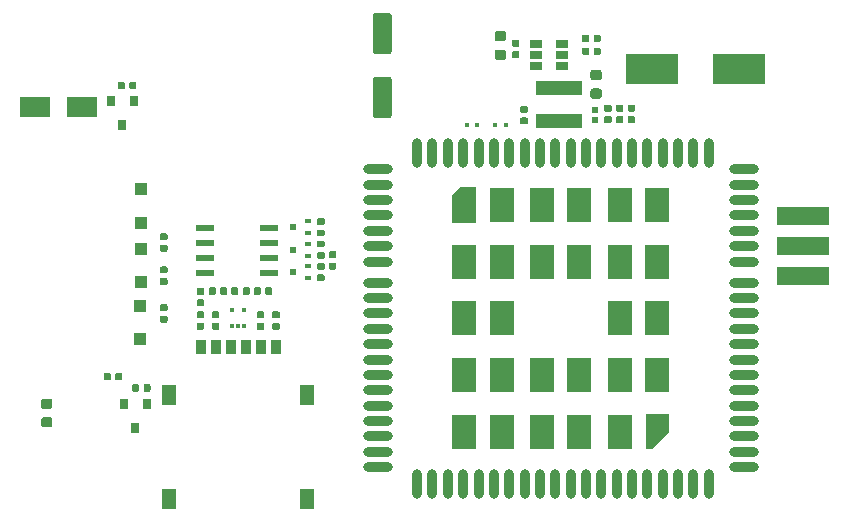
<source format=gtp>
G04 #@! TF.GenerationSoftware,KiCad,Pcbnew,(5.0.2)-1*
G04 #@! TF.CreationDate,2019-02-18T12:49:20+08:00*
G04 #@! TF.ProjectId,DTU-Air720D,4454552d-4169-4723-9732-30442e6b6963,rev?*
G04 #@! TF.SameCoordinates,Original*
G04 #@! TF.FileFunction,Paste,Top*
G04 #@! TF.FilePolarity,Positive*
%FSLAX46Y46*%
G04 Gerber Fmt 4.6, Leading zero omitted, Abs format (unit mm)*
G04 Created by KiCad (PCBNEW (5.0.2)-1) date 2019/2/18 12:49:20*
%MOMM*%
%LPD*%
G01*
G04 APERTURE LIST*
%ADD10C,0.100000*%
%ADD11C,0.590000*%
%ADD12C,1.600000*%
%ADD13C,0.875000*%
%ADD14R,1.100000X1.100000*%
%ADD15R,0.600000X0.550000*%
%ADD16R,0.300000X0.400000*%
%ADD17R,0.600000X0.500000*%
%ADD18R,0.500000X0.400000*%
%ADD19R,1.550000X0.600000*%
%ADD20R,0.800000X0.900000*%
%ADD21R,1.060000X0.650000*%
%ADD22R,0.300000X0.450000*%
%ADD23R,4.500000X1.500000*%
%ADD24C,1.000000*%
%ADD25C,1.524000*%
%ADD26R,2.000000X3.000000*%
%ADD27O,2.500000X0.800000*%
%ADD28O,0.800000X2.500000*%
%ADD29R,1.300000X1.800000*%
%ADD30R,0.900000X1.200000*%
%ADD31R,4.400000X2.500000*%
%ADD32R,2.500000X1.800000*%
%ADD33R,3.900000X1.200000*%
G04 APERTURE END LIST*
D10*
G04 #@! TO.C,C9*
G36*
X127386958Y-77820710D02*
X127401276Y-77822834D01*
X127415317Y-77826351D01*
X127428946Y-77831228D01*
X127442031Y-77837417D01*
X127454447Y-77844858D01*
X127466073Y-77853481D01*
X127476798Y-77863202D01*
X127486519Y-77873927D01*
X127495142Y-77885553D01*
X127502583Y-77897969D01*
X127508772Y-77911054D01*
X127513649Y-77924683D01*
X127517166Y-77938724D01*
X127519290Y-77953042D01*
X127520000Y-77967500D01*
X127520000Y-78262500D01*
X127519290Y-78276958D01*
X127517166Y-78291276D01*
X127513649Y-78305317D01*
X127508772Y-78318946D01*
X127502583Y-78332031D01*
X127495142Y-78344447D01*
X127486519Y-78356073D01*
X127476798Y-78366798D01*
X127466073Y-78376519D01*
X127454447Y-78385142D01*
X127442031Y-78392583D01*
X127428946Y-78398772D01*
X127415317Y-78403649D01*
X127401276Y-78407166D01*
X127386958Y-78409290D01*
X127372500Y-78410000D01*
X127027500Y-78410000D01*
X127013042Y-78409290D01*
X126998724Y-78407166D01*
X126984683Y-78403649D01*
X126971054Y-78398772D01*
X126957969Y-78392583D01*
X126945553Y-78385142D01*
X126933927Y-78376519D01*
X126923202Y-78366798D01*
X126913481Y-78356073D01*
X126904858Y-78344447D01*
X126897417Y-78332031D01*
X126891228Y-78318946D01*
X126886351Y-78305317D01*
X126882834Y-78291276D01*
X126880710Y-78276958D01*
X126880000Y-78262500D01*
X126880000Y-77967500D01*
X126880710Y-77953042D01*
X126882834Y-77938724D01*
X126886351Y-77924683D01*
X126891228Y-77911054D01*
X126897417Y-77897969D01*
X126904858Y-77885553D01*
X126913481Y-77873927D01*
X126923202Y-77863202D01*
X126933927Y-77853481D01*
X126945553Y-77844858D01*
X126957969Y-77837417D01*
X126971054Y-77831228D01*
X126984683Y-77826351D01*
X126998724Y-77822834D01*
X127013042Y-77820710D01*
X127027500Y-77820000D01*
X127372500Y-77820000D01*
X127386958Y-77820710D01*
X127386958Y-77820710D01*
G37*
D11*
X127200000Y-78115000D03*
D10*
G36*
X127386958Y-78790710D02*
X127401276Y-78792834D01*
X127415317Y-78796351D01*
X127428946Y-78801228D01*
X127442031Y-78807417D01*
X127454447Y-78814858D01*
X127466073Y-78823481D01*
X127476798Y-78833202D01*
X127486519Y-78843927D01*
X127495142Y-78855553D01*
X127502583Y-78867969D01*
X127508772Y-78881054D01*
X127513649Y-78894683D01*
X127517166Y-78908724D01*
X127519290Y-78923042D01*
X127520000Y-78937500D01*
X127520000Y-79232500D01*
X127519290Y-79246958D01*
X127517166Y-79261276D01*
X127513649Y-79275317D01*
X127508772Y-79288946D01*
X127502583Y-79302031D01*
X127495142Y-79314447D01*
X127486519Y-79326073D01*
X127476798Y-79336798D01*
X127466073Y-79346519D01*
X127454447Y-79355142D01*
X127442031Y-79362583D01*
X127428946Y-79368772D01*
X127415317Y-79373649D01*
X127401276Y-79377166D01*
X127386958Y-79379290D01*
X127372500Y-79380000D01*
X127027500Y-79380000D01*
X127013042Y-79379290D01*
X126998724Y-79377166D01*
X126984683Y-79373649D01*
X126971054Y-79368772D01*
X126957969Y-79362583D01*
X126945553Y-79355142D01*
X126933927Y-79346519D01*
X126923202Y-79336798D01*
X126913481Y-79326073D01*
X126904858Y-79314447D01*
X126897417Y-79302031D01*
X126891228Y-79288946D01*
X126886351Y-79275317D01*
X126882834Y-79261276D01*
X126880710Y-79246958D01*
X126880000Y-79232500D01*
X126880000Y-78937500D01*
X126880710Y-78923042D01*
X126882834Y-78908724D01*
X126886351Y-78894683D01*
X126891228Y-78881054D01*
X126897417Y-78867969D01*
X126904858Y-78855553D01*
X126913481Y-78843927D01*
X126923202Y-78833202D01*
X126933927Y-78823481D01*
X126945553Y-78814858D01*
X126957969Y-78807417D01*
X126971054Y-78801228D01*
X126984683Y-78796351D01*
X126998724Y-78792834D01*
X127013042Y-78790710D01*
X127027500Y-78790000D01*
X127372500Y-78790000D01*
X127386958Y-78790710D01*
X127386958Y-78790710D01*
G37*
D11*
X127200000Y-79085000D03*
G04 #@! TD*
D10*
G04 #@! TO.C,C3*
G36*
X131974504Y-63051204D02*
X131998773Y-63054804D01*
X132022571Y-63060765D01*
X132045671Y-63069030D01*
X132067849Y-63079520D01*
X132088893Y-63092133D01*
X132108598Y-63106747D01*
X132126777Y-63123223D01*
X132143253Y-63141402D01*
X132157867Y-63161107D01*
X132170480Y-63182151D01*
X132180970Y-63204329D01*
X132189235Y-63227429D01*
X132195196Y-63251227D01*
X132198796Y-63275496D01*
X132200000Y-63300000D01*
X132200000Y-66300000D01*
X132198796Y-66324504D01*
X132195196Y-66348773D01*
X132189235Y-66372571D01*
X132180970Y-66395671D01*
X132170480Y-66417849D01*
X132157867Y-66438893D01*
X132143253Y-66458598D01*
X132126777Y-66476777D01*
X132108598Y-66493253D01*
X132088893Y-66507867D01*
X132067849Y-66520480D01*
X132045671Y-66530970D01*
X132022571Y-66539235D01*
X131998773Y-66545196D01*
X131974504Y-66548796D01*
X131950000Y-66550000D01*
X130850000Y-66550000D01*
X130825496Y-66548796D01*
X130801227Y-66545196D01*
X130777429Y-66539235D01*
X130754329Y-66530970D01*
X130732151Y-66520480D01*
X130711107Y-66507867D01*
X130691402Y-66493253D01*
X130673223Y-66476777D01*
X130656747Y-66458598D01*
X130642133Y-66438893D01*
X130629520Y-66417849D01*
X130619030Y-66395671D01*
X130610765Y-66372571D01*
X130604804Y-66348773D01*
X130601204Y-66324504D01*
X130600000Y-66300000D01*
X130600000Y-63300000D01*
X130601204Y-63275496D01*
X130604804Y-63251227D01*
X130610765Y-63227429D01*
X130619030Y-63204329D01*
X130629520Y-63182151D01*
X130642133Y-63161107D01*
X130656747Y-63141402D01*
X130673223Y-63123223D01*
X130691402Y-63106747D01*
X130711107Y-63092133D01*
X130732151Y-63079520D01*
X130754329Y-63069030D01*
X130777429Y-63060765D01*
X130801227Y-63054804D01*
X130825496Y-63051204D01*
X130850000Y-63050000D01*
X131950000Y-63050000D01*
X131974504Y-63051204D01*
X131974504Y-63051204D01*
G37*
D12*
X131400000Y-64800000D03*
D10*
G36*
X131974504Y-57651204D02*
X131998773Y-57654804D01*
X132022571Y-57660765D01*
X132045671Y-57669030D01*
X132067849Y-57679520D01*
X132088893Y-57692133D01*
X132108598Y-57706747D01*
X132126777Y-57723223D01*
X132143253Y-57741402D01*
X132157867Y-57761107D01*
X132170480Y-57782151D01*
X132180970Y-57804329D01*
X132189235Y-57827429D01*
X132195196Y-57851227D01*
X132198796Y-57875496D01*
X132200000Y-57900000D01*
X132200000Y-60900000D01*
X132198796Y-60924504D01*
X132195196Y-60948773D01*
X132189235Y-60972571D01*
X132180970Y-60995671D01*
X132170480Y-61017849D01*
X132157867Y-61038893D01*
X132143253Y-61058598D01*
X132126777Y-61076777D01*
X132108598Y-61093253D01*
X132088893Y-61107867D01*
X132067849Y-61120480D01*
X132045671Y-61130970D01*
X132022571Y-61139235D01*
X131998773Y-61145196D01*
X131974504Y-61148796D01*
X131950000Y-61150000D01*
X130850000Y-61150000D01*
X130825496Y-61148796D01*
X130801227Y-61145196D01*
X130777429Y-61139235D01*
X130754329Y-61130970D01*
X130732151Y-61120480D01*
X130711107Y-61107867D01*
X130691402Y-61093253D01*
X130673223Y-61076777D01*
X130656747Y-61058598D01*
X130642133Y-61038893D01*
X130629520Y-61017849D01*
X130619030Y-60995671D01*
X130610765Y-60972571D01*
X130604804Y-60948773D01*
X130601204Y-60924504D01*
X130600000Y-60900000D01*
X130600000Y-57900000D01*
X130601204Y-57875496D01*
X130604804Y-57851227D01*
X130610765Y-57827429D01*
X130619030Y-57804329D01*
X130629520Y-57782151D01*
X130642133Y-57761107D01*
X130656747Y-57741402D01*
X130673223Y-57723223D01*
X130691402Y-57706747D01*
X130711107Y-57692133D01*
X130732151Y-57679520D01*
X130754329Y-57669030D01*
X130777429Y-57660765D01*
X130801227Y-57654804D01*
X130825496Y-57651204D01*
X130850000Y-57650000D01*
X131950000Y-57650000D01*
X131974504Y-57651204D01*
X131974504Y-57651204D01*
G37*
D12*
X131400000Y-59400000D03*
G04 #@! TD*
D10*
G04 #@! TO.C,C2*
G36*
X141677691Y-60751053D02*
X141698926Y-60754203D01*
X141719750Y-60759419D01*
X141739962Y-60766651D01*
X141759368Y-60775830D01*
X141777781Y-60786866D01*
X141795024Y-60799654D01*
X141810930Y-60814070D01*
X141825346Y-60829976D01*
X141838134Y-60847219D01*
X141849170Y-60865632D01*
X141858349Y-60885038D01*
X141865581Y-60905250D01*
X141870797Y-60926074D01*
X141873947Y-60947309D01*
X141875000Y-60968750D01*
X141875000Y-61406250D01*
X141873947Y-61427691D01*
X141870797Y-61448926D01*
X141865581Y-61469750D01*
X141858349Y-61489962D01*
X141849170Y-61509368D01*
X141838134Y-61527781D01*
X141825346Y-61545024D01*
X141810930Y-61560930D01*
X141795024Y-61575346D01*
X141777781Y-61588134D01*
X141759368Y-61599170D01*
X141739962Y-61608349D01*
X141719750Y-61615581D01*
X141698926Y-61620797D01*
X141677691Y-61623947D01*
X141656250Y-61625000D01*
X141143750Y-61625000D01*
X141122309Y-61623947D01*
X141101074Y-61620797D01*
X141080250Y-61615581D01*
X141060038Y-61608349D01*
X141040632Y-61599170D01*
X141022219Y-61588134D01*
X141004976Y-61575346D01*
X140989070Y-61560930D01*
X140974654Y-61545024D01*
X140961866Y-61527781D01*
X140950830Y-61509368D01*
X140941651Y-61489962D01*
X140934419Y-61469750D01*
X140929203Y-61448926D01*
X140926053Y-61427691D01*
X140925000Y-61406250D01*
X140925000Y-60968750D01*
X140926053Y-60947309D01*
X140929203Y-60926074D01*
X140934419Y-60905250D01*
X140941651Y-60885038D01*
X140950830Y-60865632D01*
X140961866Y-60847219D01*
X140974654Y-60829976D01*
X140989070Y-60814070D01*
X141004976Y-60799654D01*
X141022219Y-60786866D01*
X141040632Y-60775830D01*
X141060038Y-60766651D01*
X141080250Y-60759419D01*
X141101074Y-60754203D01*
X141122309Y-60751053D01*
X141143750Y-60750000D01*
X141656250Y-60750000D01*
X141677691Y-60751053D01*
X141677691Y-60751053D01*
G37*
D13*
X141400000Y-61187500D03*
D10*
G36*
X141677691Y-59176053D02*
X141698926Y-59179203D01*
X141719750Y-59184419D01*
X141739962Y-59191651D01*
X141759368Y-59200830D01*
X141777781Y-59211866D01*
X141795024Y-59224654D01*
X141810930Y-59239070D01*
X141825346Y-59254976D01*
X141838134Y-59272219D01*
X141849170Y-59290632D01*
X141858349Y-59310038D01*
X141865581Y-59330250D01*
X141870797Y-59351074D01*
X141873947Y-59372309D01*
X141875000Y-59393750D01*
X141875000Y-59831250D01*
X141873947Y-59852691D01*
X141870797Y-59873926D01*
X141865581Y-59894750D01*
X141858349Y-59914962D01*
X141849170Y-59934368D01*
X141838134Y-59952781D01*
X141825346Y-59970024D01*
X141810930Y-59985930D01*
X141795024Y-60000346D01*
X141777781Y-60013134D01*
X141759368Y-60024170D01*
X141739962Y-60033349D01*
X141719750Y-60040581D01*
X141698926Y-60045797D01*
X141677691Y-60048947D01*
X141656250Y-60050000D01*
X141143750Y-60050000D01*
X141122309Y-60048947D01*
X141101074Y-60045797D01*
X141080250Y-60040581D01*
X141060038Y-60033349D01*
X141040632Y-60024170D01*
X141022219Y-60013134D01*
X141004976Y-60000346D01*
X140989070Y-59985930D01*
X140974654Y-59970024D01*
X140961866Y-59952781D01*
X140950830Y-59934368D01*
X140941651Y-59914962D01*
X140934419Y-59894750D01*
X140929203Y-59873926D01*
X140926053Y-59852691D01*
X140925000Y-59831250D01*
X140925000Y-59393750D01*
X140926053Y-59372309D01*
X140929203Y-59351074D01*
X140934419Y-59330250D01*
X140941651Y-59310038D01*
X140950830Y-59290632D01*
X140961866Y-59272219D01*
X140974654Y-59254976D01*
X140989070Y-59239070D01*
X141004976Y-59224654D01*
X141022219Y-59211866D01*
X141040632Y-59200830D01*
X141060038Y-59191651D01*
X141080250Y-59184419D01*
X141101074Y-59179203D01*
X141122309Y-59176053D01*
X141143750Y-59175000D01*
X141656250Y-59175000D01*
X141677691Y-59176053D01*
X141677691Y-59176053D01*
G37*
D13*
X141400000Y-59612500D03*
G04 #@! TD*
D14*
G04 #@! TO.C,D3*
X111000000Y-80400000D03*
X111000000Y-77600000D03*
G04 #@! TD*
G04 #@! TO.C,D4*
X110900000Y-82500000D03*
X110900000Y-85300000D03*
G04 #@! TD*
D10*
G04 #@! TO.C,D8*
G36*
X103277691Y-91876053D02*
X103298926Y-91879203D01*
X103319750Y-91884419D01*
X103339962Y-91891651D01*
X103359368Y-91900830D01*
X103377781Y-91911866D01*
X103395024Y-91924654D01*
X103410930Y-91939070D01*
X103425346Y-91954976D01*
X103438134Y-91972219D01*
X103449170Y-91990632D01*
X103458349Y-92010038D01*
X103465581Y-92030250D01*
X103470797Y-92051074D01*
X103473947Y-92072309D01*
X103475000Y-92093750D01*
X103475000Y-92531250D01*
X103473947Y-92552691D01*
X103470797Y-92573926D01*
X103465581Y-92594750D01*
X103458349Y-92614962D01*
X103449170Y-92634368D01*
X103438134Y-92652781D01*
X103425346Y-92670024D01*
X103410930Y-92685930D01*
X103395024Y-92700346D01*
X103377781Y-92713134D01*
X103359368Y-92724170D01*
X103339962Y-92733349D01*
X103319750Y-92740581D01*
X103298926Y-92745797D01*
X103277691Y-92748947D01*
X103256250Y-92750000D01*
X102743750Y-92750000D01*
X102722309Y-92748947D01*
X102701074Y-92745797D01*
X102680250Y-92740581D01*
X102660038Y-92733349D01*
X102640632Y-92724170D01*
X102622219Y-92713134D01*
X102604976Y-92700346D01*
X102589070Y-92685930D01*
X102574654Y-92670024D01*
X102561866Y-92652781D01*
X102550830Y-92634368D01*
X102541651Y-92614962D01*
X102534419Y-92594750D01*
X102529203Y-92573926D01*
X102526053Y-92552691D01*
X102525000Y-92531250D01*
X102525000Y-92093750D01*
X102526053Y-92072309D01*
X102529203Y-92051074D01*
X102534419Y-92030250D01*
X102541651Y-92010038D01*
X102550830Y-91990632D01*
X102561866Y-91972219D01*
X102574654Y-91954976D01*
X102589070Y-91939070D01*
X102604976Y-91924654D01*
X102622219Y-91911866D01*
X102640632Y-91900830D01*
X102660038Y-91891651D01*
X102680250Y-91884419D01*
X102701074Y-91879203D01*
X102722309Y-91876053D01*
X102743750Y-91875000D01*
X103256250Y-91875000D01*
X103277691Y-91876053D01*
X103277691Y-91876053D01*
G37*
D13*
X103000000Y-92312500D03*
D10*
G36*
X103277691Y-90301053D02*
X103298926Y-90304203D01*
X103319750Y-90309419D01*
X103339962Y-90316651D01*
X103359368Y-90325830D01*
X103377781Y-90336866D01*
X103395024Y-90349654D01*
X103410930Y-90364070D01*
X103425346Y-90379976D01*
X103438134Y-90397219D01*
X103449170Y-90415632D01*
X103458349Y-90435038D01*
X103465581Y-90455250D01*
X103470797Y-90476074D01*
X103473947Y-90497309D01*
X103475000Y-90518750D01*
X103475000Y-90956250D01*
X103473947Y-90977691D01*
X103470797Y-90998926D01*
X103465581Y-91019750D01*
X103458349Y-91039962D01*
X103449170Y-91059368D01*
X103438134Y-91077781D01*
X103425346Y-91095024D01*
X103410930Y-91110930D01*
X103395024Y-91125346D01*
X103377781Y-91138134D01*
X103359368Y-91149170D01*
X103339962Y-91158349D01*
X103319750Y-91165581D01*
X103298926Y-91170797D01*
X103277691Y-91173947D01*
X103256250Y-91175000D01*
X102743750Y-91175000D01*
X102722309Y-91173947D01*
X102701074Y-91170797D01*
X102680250Y-91165581D01*
X102660038Y-91158349D01*
X102640632Y-91149170D01*
X102622219Y-91138134D01*
X102604976Y-91125346D01*
X102589070Y-91110930D01*
X102574654Y-91095024D01*
X102561866Y-91077781D01*
X102550830Y-91059368D01*
X102541651Y-91039962D01*
X102534419Y-91019750D01*
X102529203Y-90998926D01*
X102526053Y-90977691D01*
X102525000Y-90956250D01*
X102525000Y-90518750D01*
X102526053Y-90497309D01*
X102529203Y-90476074D01*
X102534419Y-90455250D01*
X102541651Y-90435038D01*
X102550830Y-90415632D01*
X102561866Y-90397219D01*
X102574654Y-90379976D01*
X102589070Y-90364070D01*
X102604976Y-90349654D01*
X102622219Y-90336866D01*
X102640632Y-90325830D01*
X102660038Y-90316651D01*
X102680250Y-90309419D01*
X102701074Y-90304203D01*
X102722309Y-90301053D01*
X102743750Y-90300000D01*
X103256250Y-90300000D01*
X103277691Y-90301053D01*
X103277691Y-90301053D01*
G37*
D13*
X103000000Y-90737500D03*
G04 #@! TD*
D15*
G04 #@! TO.C,D2*
X149400000Y-66700000D03*
X149400000Y-65850000D03*
G04 #@! TD*
D16*
G04 #@! TO.C,D7*
X140950000Y-67100000D03*
X141850000Y-67100000D03*
G04 #@! TD*
G04 #@! TO.C,D6*
X138550000Y-67100000D03*
X139450000Y-67100000D03*
G04 #@! TD*
D17*
G04 #@! TO.C,Q2*
X123880000Y-79600000D03*
D18*
X125120000Y-80100000D03*
X125120000Y-79100000D03*
G04 #@! TD*
G04 #@! TO.C,Q3*
X125120000Y-77200000D03*
X125120000Y-78200000D03*
D17*
X123880000Y-77700000D03*
G04 #@! TD*
G04 #@! TO.C,Q4*
X123880000Y-75800000D03*
D18*
X125120000Y-76300000D03*
X125120000Y-75300000D03*
G04 #@! TD*
D19*
G04 #@! TO.C,U2*
X121800000Y-79640000D03*
X121800000Y-78370000D03*
X121800000Y-77100000D03*
X121800000Y-75830000D03*
X116400000Y-75830000D03*
X116400000Y-77100000D03*
X116400000Y-78370000D03*
X116400000Y-79640000D03*
G04 #@! TD*
D20*
G04 #@! TO.C,Q5*
X111450000Y-90800000D03*
X109550000Y-90800000D03*
X110500000Y-92800000D03*
G04 #@! TD*
D21*
G04 #@! TO.C,U1*
X146600000Y-62150000D03*
X146600000Y-61200000D03*
X146600000Y-60250000D03*
X144400000Y-60250000D03*
X144400000Y-62150000D03*
X144400000Y-61200000D03*
G04 #@! TD*
D22*
G04 #@! TO.C,U4*
X118700000Y-84200000D03*
X119700000Y-84200000D03*
X118700000Y-82800000D03*
X119200000Y-84200000D03*
X119700000Y-82800000D03*
G04 #@! TD*
D10*
G04 #@! TO.C,R11*
G36*
X113086958Y-83290710D02*
X113101276Y-83292834D01*
X113115317Y-83296351D01*
X113128946Y-83301228D01*
X113142031Y-83307417D01*
X113154447Y-83314858D01*
X113166073Y-83323481D01*
X113176798Y-83333202D01*
X113186519Y-83343927D01*
X113195142Y-83355553D01*
X113202583Y-83367969D01*
X113208772Y-83381054D01*
X113213649Y-83394683D01*
X113217166Y-83408724D01*
X113219290Y-83423042D01*
X113220000Y-83437500D01*
X113220000Y-83732500D01*
X113219290Y-83746958D01*
X113217166Y-83761276D01*
X113213649Y-83775317D01*
X113208772Y-83788946D01*
X113202583Y-83802031D01*
X113195142Y-83814447D01*
X113186519Y-83826073D01*
X113176798Y-83836798D01*
X113166073Y-83846519D01*
X113154447Y-83855142D01*
X113142031Y-83862583D01*
X113128946Y-83868772D01*
X113115317Y-83873649D01*
X113101276Y-83877166D01*
X113086958Y-83879290D01*
X113072500Y-83880000D01*
X112727500Y-83880000D01*
X112713042Y-83879290D01*
X112698724Y-83877166D01*
X112684683Y-83873649D01*
X112671054Y-83868772D01*
X112657969Y-83862583D01*
X112645553Y-83855142D01*
X112633927Y-83846519D01*
X112623202Y-83836798D01*
X112613481Y-83826073D01*
X112604858Y-83814447D01*
X112597417Y-83802031D01*
X112591228Y-83788946D01*
X112586351Y-83775317D01*
X112582834Y-83761276D01*
X112580710Y-83746958D01*
X112580000Y-83732500D01*
X112580000Y-83437500D01*
X112580710Y-83423042D01*
X112582834Y-83408724D01*
X112586351Y-83394683D01*
X112591228Y-83381054D01*
X112597417Y-83367969D01*
X112604858Y-83355553D01*
X112613481Y-83343927D01*
X112623202Y-83333202D01*
X112633927Y-83323481D01*
X112645553Y-83314858D01*
X112657969Y-83307417D01*
X112671054Y-83301228D01*
X112684683Y-83296351D01*
X112698724Y-83292834D01*
X112713042Y-83290710D01*
X112727500Y-83290000D01*
X113072500Y-83290000D01*
X113086958Y-83290710D01*
X113086958Y-83290710D01*
G37*
D11*
X112900000Y-83585000D03*
D10*
G36*
X113086958Y-82320710D02*
X113101276Y-82322834D01*
X113115317Y-82326351D01*
X113128946Y-82331228D01*
X113142031Y-82337417D01*
X113154447Y-82344858D01*
X113166073Y-82353481D01*
X113176798Y-82363202D01*
X113186519Y-82373927D01*
X113195142Y-82385553D01*
X113202583Y-82397969D01*
X113208772Y-82411054D01*
X113213649Y-82424683D01*
X113217166Y-82438724D01*
X113219290Y-82453042D01*
X113220000Y-82467500D01*
X113220000Y-82762500D01*
X113219290Y-82776958D01*
X113217166Y-82791276D01*
X113213649Y-82805317D01*
X113208772Y-82818946D01*
X113202583Y-82832031D01*
X113195142Y-82844447D01*
X113186519Y-82856073D01*
X113176798Y-82866798D01*
X113166073Y-82876519D01*
X113154447Y-82885142D01*
X113142031Y-82892583D01*
X113128946Y-82898772D01*
X113115317Y-82903649D01*
X113101276Y-82907166D01*
X113086958Y-82909290D01*
X113072500Y-82910000D01*
X112727500Y-82910000D01*
X112713042Y-82909290D01*
X112698724Y-82907166D01*
X112684683Y-82903649D01*
X112671054Y-82898772D01*
X112657969Y-82892583D01*
X112645553Y-82885142D01*
X112633927Y-82876519D01*
X112623202Y-82866798D01*
X112613481Y-82856073D01*
X112604858Y-82844447D01*
X112597417Y-82832031D01*
X112591228Y-82818946D01*
X112586351Y-82805317D01*
X112582834Y-82791276D01*
X112580710Y-82776958D01*
X112580000Y-82762500D01*
X112580000Y-82467500D01*
X112580710Y-82453042D01*
X112582834Y-82438724D01*
X112586351Y-82424683D01*
X112591228Y-82411054D01*
X112597417Y-82397969D01*
X112604858Y-82385553D01*
X112613481Y-82373927D01*
X112623202Y-82363202D01*
X112633927Y-82353481D01*
X112645553Y-82344858D01*
X112657969Y-82337417D01*
X112671054Y-82331228D01*
X112684683Y-82326351D01*
X112698724Y-82322834D01*
X112713042Y-82320710D01*
X112727500Y-82320000D01*
X113072500Y-82320000D01*
X113086958Y-82320710D01*
X113086958Y-82320710D01*
G37*
D11*
X112900000Y-82615000D03*
G04 #@! TD*
D10*
G04 #@! TO.C,R7*
G36*
X113086958Y-76320710D02*
X113101276Y-76322834D01*
X113115317Y-76326351D01*
X113128946Y-76331228D01*
X113142031Y-76337417D01*
X113154447Y-76344858D01*
X113166073Y-76353481D01*
X113176798Y-76363202D01*
X113186519Y-76373927D01*
X113195142Y-76385553D01*
X113202583Y-76397969D01*
X113208772Y-76411054D01*
X113213649Y-76424683D01*
X113217166Y-76438724D01*
X113219290Y-76453042D01*
X113220000Y-76467500D01*
X113220000Y-76762500D01*
X113219290Y-76776958D01*
X113217166Y-76791276D01*
X113213649Y-76805317D01*
X113208772Y-76818946D01*
X113202583Y-76832031D01*
X113195142Y-76844447D01*
X113186519Y-76856073D01*
X113176798Y-76866798D01*
X113166073Y-76876519D01*
X113154447Y-76885142D01*
X113142031Y-76892583D01*
X113128946Y-76898772D01*
X113115317Y-76903649D01*
X113101276Y-76907166D01*
X113086958Y-76909290D01*
X113072500Y-76910000D01*
X112727500Y-76910000D01*
X112713042Y-76909290D01*
X112698724Y-76907166D01*
X112684683Y-76903649D01*
X112671054Y-76898772D01*
X112657969Y-76892583D01*
X112645553Y-76885142D01*
X112633927Y-76876519D01*
X112623202Y-76866798D01*
X112613481Y-76856073D01*
X112604858Y-76844447D01*
X112597417Y-76832031D01*
X112591228Y-76818946D01*
X112586351Y-76805317D01*
X112582834Y-76791276D01*
X112580710Y-76776958D01*
X112580000Y-76762500D01*
X112580000Y-76467500D01*
X112580710Y-76453042D01*
X112582834Y-76438724D01*
X112586351Y-76424683D01*
X112591228Y-76411054D01*
X112597417Y-76397969D01*
X112604858Y-76385553D01*
X112613481Y-76373927D01*
X112623202Y-76363202D01*
X112633927Y-76353481D01*
X112645553Y-76344858D01*
X112657969Y-76337417D01*
X112671054Y-76331228D01*
X112684683Y-76326351D01*
X112698724Y-76322834D01*
X112713042Y-76320710D01*
X112727500Y-76320000D01*
X113072500Y-76320000D01*
X113086958Y-76320710D01*
X113086958Y-76320710D01*
G37*
D11*
X112900000Y-76615000D03*
D10*
G36*
X113086958Y-77290710D02*
X113101276Y-77292834D01*
X113115317Y-77296351D01*
X113128946Y-77301228D01*
X113142031Y-77307417D01*
X113154447Y-77314858D01*
X113166073Y-77323481D01*
X113176798Y-77333202D01*
X113186519Y-77343927D01*
X113195142Y-77355553D01*
X113202583Y-77367969D01*
X113208772Y-77381054D01*
X113213649Y-77394683D01*
X113217166Y-77408724D01*
X113219290Y-77423042D01*
X113220000Y-77437500D01*
X113220000Y-77732500D01*
X113219290Y-77746958D01*
X113217166Y-77761276D01*
X113213649Y-77775317D01*
X113208772Y-77788946D01*
X113202583Y-77802031D01*
X113195142Y-77814447D01*
X113186519Y-77826073D01*
X113176798Y-77836798D01*
X113166073Y-77846519D01*
X113154447Y-77855142D01*
X113142031Y-77862583D01*
X113128946Y-77868772D01*
X113115317Y-77873649D01*
X113101276Y-77877166D01*
X113086958Y-77879290D01*
X113072500Y-77880000D01*
X112727500Y-77880000D01*
X112713042Y-77879290D01*
X112698724Y-77877166D01*
X112684683Y-77873649D01*
X112671054Y-77868772D01*
X112657969Y-77862583D01*
X112645553Y-77855142D01*
X112633927Y-77846519D01*
X112623202Y-77836798D01*
X112613481Y-77826073D01*
X112604858Y-77814447D01*
X112597417Y-77802031D01*
X112591228Y-77788946D01*
X112586351Y-77775317D01*
X112582834Y-77761276D01*
X112580710Y-77746958D01*
X112580000Y-77732500D01*
X112580000Y-77437500D01*
X112580710Y-77423042D01*
X112582834Y-77408724D01*
X112586351Y-77394683D01*
X112591228Y-77381054D01*
X112597417Y-77367969D01*
X112604858Y-77355553D01*
X112613481Y-77343927D01*
X112623202Y-77333202D01*
X112633927Y-77323481D01*
X112645553Y-77314858D01*
X112657969Y-77307417D01*
X112671054Y-77301228D01*
X112684683Y-77296351D01*
X112698724Y-77292834D01*
X112713042Y-77290710D01*
X112727500Y-77290000D01*
X113072500Y-77290000D01*
X113086958Y-77290710D01*
X113086958Y-77290710D01*
G37*
D11*
X112900000Y-77585000D03*
G04 #@! TD*
D10*
G04 #@! TO.C,R13*
G36*
X118146958Y-80880710D02*
X118161276Y-80882834D01*
X118175317Y-80886351D01*
X118188946Y-80891228D01*
X118202031Y-80897417D01*
X118214447Y-80904858D01*
X118226073Y-80913481D01*
X118236798Y-80923202D01*
X118246519Y-80933927D01*
X118255142Y-80945553D01*
X118262583Y-80957969D01*
X118268772Y-80971054D01*
X118273649Y-80984683D01*
X118277166Y-80998724D01*
X118279290Y-81013042D01*
X118280000Y-81027500D01*
X118280000Y-81372500D01*
X118279290Y-81386958D01*
X118277166Y-81401276D01*
X118273649Y-81415317D01*
X118268772Y-81428946D01*
X118262583Y-81442031D01*
X118255142Y-81454447D01*
X118246519Y-81466073D01*
X118236798Y-81476798D01*
X118226073Y-81486519D01*
X118214447Y-81495142D01*
X118202031Y-81502583D01*
X118188946Y-81508772D01*
X118175317Y-81513649D01*
X118161276Y-81517166D01*
X118146958Y-81519290D01*
X118132500Y-81520000D01*
X117837500Y-81520000D01*
X117823042Y-81519290D01*
X117808724Y-81517166D01*
X117794683Y-81513649D01*
X117781054Y-81508772D01*
X117767969Y-81502583D01*
X117755553Y-81495142D01*
X117743927Y-81486519D01*
X117733202Y-81476798D01*
X117723481Y-81466073D01*
X117714858Y-81454447D01*
X117707417Y-81442031D01*
X117701228Y-81428946D01*
X117696351Y-81415317D01*
X117692834Y-81401276D01*
X117690710Y-81386958D01*
X117690000Y-81372500D01*
X117690000Y-81027500D01*
X117690710Y-81013042D01*
X117692834Y-80998724D01*
X117696351Y-80984683D01*
X117701228Y-80971054D01*
X117707417Y-80957969D01*
X117714858Y-80945553D01*
X117723481Y-80933927D01*
X117733202Y-80923202D01*
X117743927Y-80913481D01*
X117755553Y-80904858D01*
X117767969Y-80897417D01*
X117781054Y-80891228D01*
X117794683Y-80886351D01*
X117808724Y-80882834D01*
X117823042Y-80880710D01*
X117837500Y-80880000D01*
X118132500Y-80880000D01*
X118146958Y-80880710D01*
X118146958Y-80880710D01*
G37*
D11*
X117985000Y-81200000D03*
D10*
G36*
X117176958Y-80880710D02*
X117191276Y-80882834D01*
X117205317Y-80886351D01*
X117218946Y-80891228D01*
X117232031Y-80897417D01*
X117244447Y-80904858D01*
X117256073Y-80913481D01*
X117266798Y-80923202D01*
X117276519Y-80933927D01*
X117285142Y-80945553D01*
X117292583Y-80957969D01*
X117298772Y-80971054D01*
X117303649Y-80984683D01*
X117307166Y-80998724D01*
X117309290Y-81013042D01*
X117310000Y-81027500D01*
X117310000Y-81372500D01*
X117309290Y-81386958D01*
X117307166Y-81401276D01*
X117303649Y-81415317D01*
X117298772Y-81428946D01*
X117292583Y-81442031D01*
X117285142Y-81454447D01*
X117276519Y-81466073D01*
X117266798Y-81476798D01*
X117256073Y-81486519D01*
X117244447Y-81495142D01*
X117232031Y-81502583D01*
X117218946Y-81508772D01*
X117205317Y-81513649D01*
X117191276Y-81517166D01*
X117176958Y-81519290D01*
X117162500Y-81520000D01*
X116867500Y-81520000D01*
X116853042Y-81519290D01*
X116838724Y-81517166D01*
X116824683Y-81513649D01*
X116811054Y-81508772D01*
X116797969Y-81502583D01*
X116785553Y-81495142D01*
X116773927Y-81486519D01*
X116763202Y-81476798D01*
X116753481Y-81466073D01*
X116744858Y-81454447D01*
X116737417Y-81442031D01*
X116731228Y-81428946D01*
X116726351Y-81415317D01*
X116722834Y-81401276D01*
X116720710Y-81386958D01*
X116720000Y-81372500D01*
X116720000Y-81027500D01*
X116720710Y-81013042D01*
X116722834Y-80998724D01*
X116726351Y-80984683D01*
X116731228Y-80971054D01*
X116737417Y-80957969D01*
X116744858Y-80945553D01*
X116753481Y-80933927D01*
X116763202Y-80923202D01*
X116773927Y-80913481D01*
X116785553Y-80904858D01*
X116797969Y-80897417D01*
X116811054Y-80891228D01*
X116824683Y-80886351D01*
X116838724Y-80882834D01*
X116853042Y-80880710D01*
X116867500Y-80880000D01*
X117162500Y-80880000D01*
X117176958Y-80880710D01*
X117176958Y-80880710D01*
G37*
D11*
X117015000Y-81200000D03*
G04 #@! TD*
D10*
G04 #@! TO.C,R14*
G36*
X109246958Y-88130710D02*
X109261276Y-88132834D01*
X109275317Y-88136351D01*
X109288946Y-88141228D01*
X109302031Y-88147417D01*
X109314447Y-88154858D01*
X109326073Y-88163481D01*
X109336798Y-88173202D01*
X109346519Y-88183927D01*
X109355142Y-88195553D01*
X109362583Y-88207969D01*
X109368772Y-88221054D01*
X109373649Y-88234683D01*
X109377166Y-88248724D01*
X109379290Y-88263042D01*
X109380000Y-88277500D01*
X109380000Y-88622500D01*
X109379290Y-88636958D01*
X109377166Y-88651276D01*
X109373649Y-88665317D01*
X109368772Y-88678946D01*
X109362583Y-88692031D01*
X109355142Y-88704447D01*
X109346519Y-88716073D01*
X109336798Y-88726798D01*
X109326073Y-88736519D01*
X109314447Y-88745142D01*
X109302031Y-88752583D01*
X109288946Y-88758772D01*
X109275317Y-88763649D01*
X109261276Y-88767166D01*
X109246958Y-88769290D01*
X109232500Y-88770000D01*
X108937500Y-88770000D01*
X108923042Y-88769290D01*
X108908724Y-88767166D01*
X108894683Y-88763649D01*
X108881054Y-88758772D01*
X108867969Y-88752583D01*
X108855553Y-88745142D01*
X108843927Y-88736519D01*
X108833202Y-88726798D01*
X108823481Y-88716073D01*
X108814858Y-88704447D01*
X108807417Y-88692031D01*
X108801228Y-88678946D01*
X108796351Y-88665317D01*
X108792834Y-88651276D01*
X108790710Y-88636958D01*
X108790000Y-88622500D01*
X108790000Y-88277500D01*
X108790710Y-88263042D01*
X108792834Y-88248724D01*
X108796351Y-88234683D01*
X108801228Y-88221054D01*
X108807417Y-88207969D01*
X108814858Y-88195553D01*
X108823481Y-88183927D01*
X108833202Y-88173202D01*
X108843927Y-88163481D01*
X108855553Y-88154858D01*
X108867969Y-88147417D01*
X108881054Y-88141228D01*
X108894683Y-88136351D01*
X108908724Y-88132834D01*
X108923042Y-88130710D01*
X108937500Y-88130000D01*
X109232500Y-88130000D01*
X109246958Y-88130710D01*
X109246958Y-88130710D01*
G37*
D11*
X109085000Y-88450000D03*
D10*
G36*
X108276958Y-88130710D02*
X108291276Y-88132834D01*
X108305317Y-88136351D01*
X108318946Y-88141228D01*
X108332031Y-88147417D01*
X108344447Y-88154858D01*
X108356073Y-88163481D01*
X108366798Y-88173202D01*
X108376519Y-88183927D01*
X108385142Y-88195553D01*
X108392583Y-88207969D01*
X108398772Y-88221054D01*
X108403649Y-88234683D01*
X108407166Y-88248724D01*
X108409290Y-88263042D01*
X108410000Y-88277500D01*
X108410000Y-88622500D01*
X108409290Y-88636958D01*
X108407166Y-88651276D01*
X108403649Y-88665317D01*
X108398772Y-88678946D01*
X108392583Y-88692031D01*
X108385142Y-88704447D01*
X108376519Y-88716073D01*
X108366798Y-88726798D01*
X108356073Y-88736519D01*
X108344447Y-88745142D01*
X108332031Y-88752583D01*
X108318946Y-88758772D01*
X108305317Y-88763649D01*
X108291276Y-88767166D01*
X108276958Y-88769290D01*
X108262500Y-88770000D01*
X107967500Y-88770000D01*
X107953042Y-88769290D01*
X107938724Y-88767166D01*
X107924683Y-88763649D01*
X107911054Y-88758772D01*
X107897969Y-88752583D01*
X107885553Y-88745142D01*
X107873927Y-88736519D01*
X107863202Y-88726798D01*
X107853481Y-88716073D01*
X107844858Y-88704447D01*
X107837417Y-88692031D01*
X107831228Y-88678946D01*
X107826351Y-88665317D01*
X107822834Y-88651276D01*
X107820710Y-88636958D01*
X107820000Y-88622500D01*
X107820000Y-88277500D01*
X107820710Y-88263042D01*
X107822834Y-88248724D01*
X107826351Y-88234683D01*
X107831228Y-88221054D01*
X107837417Y-88207969D01*
X107844858Y-88195553D01*
X107853481Y-88183927D01*
X107863202Y-88173202D01*
X107873927Y-88163481D01*
X107885553Y-88154858D01*
X107897969Y-88147417D01*
X107911054Y-88141228D01*
X107924683Y-88136351D01*
X107938724Y-88132834D01*
X107953042Y-88130710D01*
X107967500Y-88130000D01*
X108262500Y-88130000D01*
X108276958Y-88130710D01*
X108276958Y-88130710D01*
G37*
D11*
X108115000Y-88450000D03*
G04 #@! TD*
D10*
G04 #@! TO.C,R12*
G36*
X126386958Y-75990710D02*
X126401276Y-75992834D01*
X126415317Y-75996351D01*
X126428946Y-76001228D01*
X126442031Y-76007417D01*
X126454447Y-76014858D01*
X126466073Y-76023481D01*
X126476798Y-76033202D01*
X126486519Y-76043927D01*
X126495142Y-76055553D01*
X126502583Y-76067969D01*
X126508772Y-76081054D01*
X126513649Y-76094683D01*
X126517166Y-76108724D01*
X126519290Y-76123042D01*
X126520000Y-76137500D01*
X126520000Y-76432500D01*
X126519290Y-76446958D01*
X126517166Y-76461276D01*
X126513649Y-76475317D01*
X126508772Y-76488946D01*
X126502583Y-76502031D01*
X126495142Y-76514447D01*
X126486519Y-76526073D01*
X126476798Y-76536798D01*
X126466073Y-76546519D01*
X126454447Y-76555142D01*
X126442031Y-76562583D01*
X126428946Y-76568772D01*
X126415317Y-76573649D01*
X126401276Y-76577166D01*
X126386958Y-76579290D01*
X126372500Y-76580000D01*
X126027500Y-76580000D01*
X126013042Y-76579290D01*
X125998724Y-76577166D01*
X125984683Y-76573649D01*
X125971054Y-76568772D01*
X125957969Y-76562583D01*
X125945553Y-76555142D01*
X125933927Y-76546519D01*
X125923202Y-76536798D01*
X125913481Y-76526073D01*
X125904858Y-76514447D01*
X125897417Y-76502031D01*
X125891228Y-76488946D01*
X125886351Y-76475317D01*
X125882834Y-76461276D01*
X125880710Y-76446958D01*
X125880000Y-76432500D01*
X125880000Y-76137500D01*
X125880710Y-76123042D01*
X125882834Y-76108724D01*
X125886351Y-76094683D01*
X125891228Y-76081054D01*
X125897417Y-76067969D01*
X125904858Y-76055553D01*
X125913481Y-76043927D01*
X125923202Y-76033202D01*
X125933927Y-76023481D01*
X125945553Y-76014858D01*
X125957969Y-76007417D01*
X125971054Y-76001228D01*
X125984683Y-75996351D01*
X125998724Y-75992834D01*
X126013042Y-75990710D01*
X126027500Y-75990000D01*
X126372500Y-75990000D01*
X126386958Y-75990710D01*
X126386958Y-75990710D01*
G37*
D11*
X126200000Y-76285000D03*
D10*
G36*
X126386958Y-75020710D02*
X126401276Y-75022834D01*
X126415317Y-75026351D01*
X126428946Y-75031228D01*
X126442031Y-75037417D01*
X126454447Y-75044858D01*
X126466073Y-75053481D01*
X126476798Y-75063202D01*
X126486519Y-75073927D01*
X126495142Y-75085553D01*
X126502583Y-75097969D01*
X126508772Y-75111054D01*
X126513649Y-75124683D01*
X126517166Y-75138724D01*
X126519290Y-75153042D01*
X126520000Y-75167500D01*
X126520000Y-75462500D01*
X126519290Y-75476958D01*
X126517166Y-75491276D01*
X126513649Y-75505317D01*
X126508772Y-75518946D01*
X126502583Y-75532031D01*
X126495142Y-75544447D01*
X126486519Y-75556073D01*
X126476798Y-75566798D01*
X126466073Y-75576519D01*
X126454447Y-75585142D01*
X126442031Y-75592583D01*
X126428946Y-75598772D01*
X126415317Y-75603649D01*
X126401276Y-75607166D01*
X126386958Y-75609290D01*
X126372500Y-75610000D01*
X126027500Y-75610000D01*
X126013042Y-75609290D01*
X125998724Y-75607166D01*
X125984683Y-75603649D01*
X125971054Y-75598772D01*
X125957969Y-75592583D01*
X125945553Y-75585142D01*
X125933927Y-75576519D01*
X125923202Y-75566798D01*
X125913481Y-75556073D01*
X125904858Y-75544447D01*
X125897417Y-75532031D01*
X125891228Y-75518946D01*
X125886351Y-75505317D01*
X125882834Y-75491276D01*
X125880710Y-75476958D01*
X125880000Y-75462500D01*
X125880000Y-75167500D01*
X125880710Y-75153042D01*
X125882834Y-75138724D01*
X125886351Y-75124683D01*
X125891228Y-75111054D01*
X125897417Y-75097969D01*
X125904858Y-75085553D01*
X125913481Y-75073927D01*
X125923202Y-75063202D01*
X125933927Y-75053481D01*
X125945553Y-75044858D01*
X125957969Y-75037417D01*
X125971054Y-75031228D01*
X125984683Y-75026351D01*
X125998724Y-75022834D01*
X126013042Y-75020710D01*
X126027500Y-75020000D01*
X126372500Y-75020000D01*
X126386958Y-75020710D01*
X126386958Y-75020710D01*
G37*
D11*
X126200000Y-75315000D03*
G04 #@! TD*
D10*
G04 #@! TO.C,R15*
G36*
X110676958Y-89080710D02*
X110691276Y-89082834D01*
X110705317Y-89086351D01*
X110718946Y-89091228D01*
X110732031Y-89097417D01*
X110744447Y-89104858D01*
X110756073Y-89113481D01*
X110766798Y-89123202D01*
X110776519Y-89133927D01*
X110785142Y-89145553D01*
X110792583Y-89157969D01*
X110798772Y-89171054D01*
X110803649Y-89184683D01*
X110807166Y-89198724D01*
X110809290Y-89213042D01*
X110810000Y-89227500D01*
X110810000Y-89572500D01*
X110809290Y-89586958D01*
X110807166Y-89601276D01*
X110803649Y-89615317D01*
X110798772Y-89628946D01*
X110792583Y-89642031D01*
X110785142Y-89654447D01*
X110776519Y-89666073D01*
X110766798Y-89676798D01*
X110756073Y-89686519D01*
X110744447Y-89695142D01*
X110732031Y-89702583D01*
X110718946Y-89708772D01*
X110705317Y-89713649D01*
X110691276Y-89717166D01*
X110676958Y-89719290D01*
X110662500Y-89720000D01*
X110367500Y-89720000D01*
X110353042Y-89719290D01*
X110338724Y-89717166D01*
X110324683Y-89713649D01*
X110311054Y-89708772D01*
X110297969Y-89702583D01*
X110285553Y-89695142D01*
X110273927Y-89686519D01*
X110263202Y-89676798D01*
X110253481Y-89666073D01*
X110244858Y-89654447D01*
X110237417Y-89642031D01*
X110231228Y-89628946D01*
X110226351Y-89615317D01*
X110222834Y-89601276D01*
X110220710Y-89586958D01*
X110220000Y-89572500D01*
X110220000Y-89227500D01*
X110220710Y-89213042D01*
X110222834Y-89198724D01*
X110226351Y-89184683D01*
X110231228Y-89171054D01*
X110237417Y-89157969D01*
X110244858Y-89145553D01*
X110253481Y-89133927D01*
X110263202Y-89123202D01*
X110273927Y-89113481D01*
X110285553Y-89104858D01*
X110297969Y-89097417D01*
X110311054Y-89091228D01*
X110324683Y-89086351D01*
X110338724Y-89082834D01*
X110353042Y-89080710D01*
X110367500Y-89080000D01*
X110662500Y-89080000D01*
X110676958Y-89080710D01*
X110676958Y-89080710D01*
G37*
D11*
X110515000Y-89400000D03*
D10*
G36*
X111646958Y-89080710D02*
X111661276Y-89082834D01*
X111675317Y-89086351D01*
X111688946Y-89091228D01*
X111702031Y-89097417D01*
X111714447Y-89104858D01*
X111726073Y-89113481D01*
X111736798Y-89123202D01*
X111746519Y-89133927D01*
X111755142Y-89145553D01*
X111762583Y-89157969D01*
X111768772Y-89171054D01*
X111773649Y-89184683D01*
X111777166Y-89198724D01*
X111779290Y-89213042D01*
X111780000Y-89227500D01*
X111780000Y-89572500D01*
X111779290Y-89586958D01*
X111777166Y-89601276D01*
X111773649Y-89615317D01*
X111768772Y-89628946D01*
X111762583Y-89642031D01*
X111755142Y-89654447D01*
X111746519Y-89666073D01*
X111736798Y-89676798D01*
X111726073Y-89686519D01*
X111714447Y-89695142D01*
X111702031Y-89702583D01*
X111688946Y-89708772D01*
X111675317Y-89713649D01*
X111661276Y-89717166D01*
X111646958Y-89719290D01*
X111632500Y-89720000D01*
X111337500Y-89720000D01*
X111323042Y-89719290D01*
X111308724Y-89717166D01*
X111294683Y-89713649D01*
X111281054Y-89708772D01*
X111267969Y-89702583D01*
X111255553Y-89695142D01*
X111243927Y-89686519D01*
X111233202Y-89676798D01*
X111223481Y-89666073D01*
X111214858Y-89654447D01*
X111207417Y-89642031D01*
X111201228Y-89628946D01*
X111196351Y-89615317D01*
X111192834Y-89601276D01*
X111190710Y-89586958D01*
X111190000Y-89572500D01*
X111190000Y-89227500D01*
X111190710Y-89213042D01*
X111192834Y-89198724D01*
X111196351Y-89184683D01*
X111201228Y-89171054D01*
X111207417Y-89157969D01*
X111214858Y-89145553D01*
X111223481Y-89133927D01*
X111233202Y-89123202D01*
X111243927Y-89113481D01*
X111255553Y-89104858D01*
X111267969Y-89097417D01*
X111281054Y-89091228D01*
X111294683Y-89086351D01*
X111308724Y-89082834D01*
X111323042Y-89080710D01*
X111337500Y-89080000D01*
X111632500Y-89080000D01*
X111646958Y-89080710D01*
X111646958Y-89080710D01*
G37*
D11*
X111485000Y-89400000D03*
G04 #@! TD*
D23*
G04 #@! TO.C,AE1*
X167000000Y-77400000D03*
X167000000Y-74850000D03*
X167000000Y-79950000D03*
G04 #@! TD*
D24*
G04 #@! TO.C,U3*
X154500000Y-92700000D03*
D10*
G36*
X155700000Y-91600000D02*
X155700000Y-93100000D01*
X154200000Y-94600000D01*
X153700000Y-94600000D01*
X153700000Y-91600000D01*
X155700000Y-91600000D01*
X155700000Y-91600000D01*
G37*
D25*
X138300000Y-74300000D03*
D10*
G36*
X138000000Y-72400000D02*
X139300000Y-72400000D01*
X139300000Y-75400000D01*
X137300000Y-75400000D01*
X137300000Y-73100000D01*
X138000000Y-72400000D01*
X138000000Y-72400000D01*
G37*
D26*
X138300000Y-78700000D03*
X138300000Y-83500000D03*
X138300000Y-88300000D03*
X138300000Y-93100000D03*
X141500000Y-93100000D03*
X141500000Y-88300000D03*
X141500000Y-83500000D03*
X141500000Y-78700000D03*
X141500000Y-73900000D03*
X144900000Y-73900000D03*
X144900000Y-78700000D03*
X144900000Y-88300000D03*
X144900000Y-93100000D03*
X148100000Y-73900000D03*
X148100000Y-78700000D03*
X148100000Y-88300000D03*
X148100000Y-93100000D03*
X151500000Y-73900000D03*
X151500000Y-78700000D03*
X151500000Y-83500000D03*
X151500000Y-88300000D03*
X151500000Y-93100000D03*
X154700000Y-78700000D03*
X154700000Y-83500000D03*
X154700000Y-88300000D03*
D27*
X131000000Y-70900000D03*
X131000000Y-96100000D03*
X131000000Y-94800000D03*
X131000000Y-93500000D03*
X131000000Y-92200000D03*
X131000000Y-90900000D03*
X131000000Y-72200000D03*
X131000000Y-73500000D03*
X131000000Y-74800000D03*
X131000000Y-76100000D03*
X131000000Y-77400000D03*
X131000000Y-78700000D03*
X131000000Y-80500000D03*
X131000000Y-81800000D03*
X131000000Y-83100000D03*
X131000000Y-84400000D03*
X131000000Y-85700000D03*
X131000000Y-87000000D03*
X131000000Y-88300000D03*
X131000000Y-89600000D03*
D28*
X134350000Y-69500000D03*
X135650000Y-69500000D03*
D27*
X162000000Y-70900000D03*
X162000000Y-72200000D03*
X162000000Y-73500000D03*
X162000000Y-74800000D03*
X162000000Y-76100000D03*
X162000000Y-77400000D03*
X162000000Y-78700000D03*
X162000000Y-80500000D03*
X162000000Y-81800000D03*
X162000000Y-83100000D03*
X162000000Y-84400000D03*
X162000000Y-85700000D03*
X162000000Y-87000000D03*
X162000000Y-88300000D03*
X162000000Y-89600000D03*
X162000000Y-90900000D03*
X162000000Y-92200000D03*
X162000000Y-93500000D03*
X162000000Y-94800000D03*
X162000000Y-96100000D03*
D28*
X136950000Y-69500000D03*
X138250000Y-69500000D03*
X139550000Y-69500000D03*
X140850000Y-69500000D03*
X142150000Y-69500000D03*
X143450000Y-69500000D03*
X144750000Y-69500000D03*
X146050000Y-69500000D03*
X147350000Y-69500000D03*
X148650000Y-69500000D03*
X149950000Y-69500000D03*
X151250000Y-69500000D03*
X152550000Y-69500000D03*
X153850000Y-69500000D03*
X155150000Y-69500000D03*
X156450000Y-69500000D03*
X157750000Y-69500000D03*
X159050000Y-69500000D03*
X134350000Y-97500000D03*
X135650000Y-97500000D03*
X136950000Y-97500000D03*
X138250000Y-97500000D03*
X139550000Y-97500000D03*
X140850000Y-97500000D03*
X142150000Y-97500000D03*
X143450000Y-97500000D03*
X144750000Y-97500000D03*
X146050000Y-97500000D03*
X147350000Y-97500000D03*
X148650000Y-97500000D03*
X149950000Y-97500000D03*
X151250000Y-97500000D03*
X152550000Y-97500000D03*
X153850000Y-97500000D03*
X155150000Y-97500000D03*
X156450000Y-97500000D03*
X157750000Y-97500000D03*
X159050000Y-97500000D03*
D26*
X154700000Y-73900000D03*
G04 #@! TD*
D29*
G04 #@! TO.C,J4*
X113350000Y-90000000D03*
X125050000Y-90000000D03*
X113350000Y-98800000D03*
X125050000Y-98800000D03*
D30*
X116025000Y-85900000D03*
X117295000Y-85900000D03*
X118565000Y-85900000D03*
X119835000Y-85900000D03*
X121105000Y-85900000D03*
X122375000Y-85900000D03*
G04 #@! TD*
D31*
G04 #@! TO.C,C4*
X154210000Y-62400000D03*
X161610000Y-62400000D03*
G04 #@! TD*
D10*
G04 #@! TO.C,C5*
G36*
X143586958Y-65535710D02*
X143601276Y-65537834D01*
X143615317Y-65541351D01*
X143628946Y-65546228D01*
X143642031Y-65552417D01*
X143654447Y-65559858D01*
X143666073Y-65568481D01*
X143676798Y-65578202D01*
X143686519Y-65588927D01*
X143695142Y-65600553D01*
X143702583Y-65612969D01*
X143708772Y-65626054D01*
X143713649Y-65639683D01*
X143717166Y-65653724D01*
X143719290Y-65668042D01*
X143720000Y-65682500D01*
X143720000Y-65977500D01*
X143719290Y-65991958D01*
X143717166Y-66006276D01*
X143713649Y-66020317D01*
X143708772Y-66033946D01*
X143702583Y-66047031D01*
X143695142Y-66059447D01*
X143686519Y-66071073D01*
X143676798Y-66081798D01*
X143666073Y-66091519D01*
X143654447Y-66100142D01*
X143642031Y-66107583D01*
X143628946Y-66113772D01*
X143615317Y-66118649D01*
X143601276Y-66122166D01*
X143586958Y-66124290D01*
X143572500Y-66125000D01*
X143227500Y-66125000D01*
X143213042Y-66124290D01*
X143198724Y-66122166D01*
X143184683Y-66118649D01*
X143171054Y-66113772D01*
X143157969Y-66107583D01*
X143145553Y-66100142D01*
X143133927Y-66091519D01*
X143123202Y-66081798D01*
X143113481Y-66071073D01*
X143104858Y-66059447D01*
X143097417Y-66047031D01*
X143091228Y-66033946D01*
X143086351Y-66020317D01*
X143082834Y-66006276D01*
X143080710Y-65991958D01*
X143080000Y-65977500D01*
X143080000Y-65682500D01*
X143080710Y-65668042D01*
X143082834Y-65653724D01*
X143086351Y-65639683D01*
X143091228Y-65626054D01*
X143097417Y-65612969D01*
X143104858Y-65600553D01*
X143113481Y-65588927D01*
X143123202Y-65578202D01*
X143133927Y-65568481D01*
X143145553Y-65559858D01*
X143157969Y-65552417D01*
X143171054Y-65546228D01*
X143184683Y-65541351D01*
X143198724Y-65537834D01*
X143213042Y-65535710D01*
X143227500Y-65535000D01*
X143572500Y-65535000D01*
X143586958Y-65535710D01*
X143586958Y-65535710D01*
G37*
D11*
X143400000Y-65830000D03*
D10*
G36*
X143586958Y-66505710D02*
X143601276Y-66507834D01*
X143615317Y-66511351D01*
X143628946Y-66516228D01*
X143642031Y-66522417D01*
X143654447Y-66529858D01*
X143666073Y-66538481D01*
X143676798Y-66548202D01*
X143686519Y-66558927D01*
X143695142Y-66570553D01*
X143702583Y-66582969D01*
X143708772Y-66596054D01*
X143713649Y-66609683D01*
X143717166Y-66623724D01*
X143719290Y-66638042D01*
X143720000Y-66652500D01*
X143720000Y-66947500D01*
X143719290Y-66961958D01*
X143717166Y-66976276D01*
X143713649Y-66990317D01*
X143708772Y-67003946D01*
X143702583Y-67017031D01*
X143695142Y-67029447D01*
X143686519Y-67041073D01*
X143676798Y-67051798D01*
X143666073Y-67061519D01*
X143654447Y-67070142D01*
X143642031Y-67077583D01*
X143628946Y-67083772D01*
X143615317Y-67088649D01*
X143601276Y-67092166D01*
X143586958Y-67094290D01*
X143572500Y-67095000D01*
X143227500Y-67095000D01*
X143213042Y-67094290D01*
X143198724Y-67092166D01*
X143184683Y-67088649D01*
X143171054Y-67083772D01*
X143157969Y-67077583D01*
X143145553Y-67070142D01*
X143133927Y-67061519D01*
X143123202Y-67051798D01*
X143113481Y-67041073D01*
X143104858Y-67029447D01*
X143097417Y-67017031D01*
X143091228Y-67003946D01*
X143086351Y-66990317D01*
X143082834Y-66976276D01*
X143080710Y-66961958D01*
X143080000Y-66947500D01*
X143080000Y-66652500D01*
X143080710Y-66638042D01*
X143082834Y-66623724D01*
X143086351Y-66609683D01*
X143091228Y-66596054D01*
X143097417Y-66582969D01*
X143104858Y-66570553D01*
X143113481Y-66558927D01*
X143123202Y-66548202D01*
X143133927Y-66538481D01*
X143145553Y-66529858D01*
X143157969Y-66522417D01*
X143171054Y-66516228D01*
X143184683Y-66511351D01*
X143198724Y-66507834D01*
X143213042Y-66505710D01*
X143227500Y-66505000D01*
X143572500Y-66505000D01*
X143586958Y-66505710D01*
X143586958Y-66505710D01*
G37*
D11*
X143400000Y-66800000D03*
G04 #@! TD*
D10*
G04 #@! TO.C,C6*
G36*
X151686958Y-66390710D02*
X151701276Y-66392834D01*
X151715317Y-66396351D01*
X151728946Y-66401228D01*
X151742031Y-66407417D01*
X151754447Y-66414858D01*
X151766073Y-66423481D01*
X151776798Y-66433202D01*
X151786519Y-66443927D01*
X151795142Y-66455553D01*
X151802583Y-66467969D01*
X151808772Y-66481054D01*
X151813649Y-66494683D01*
X151817166Y-66508724D01*
X151819290Y-66523042D01*
X151820000Y-66537500D01*
X151820000Y-66832500D01*
X151819290Y-66846958D01*
X151817166Y-66861276D01*
X151813649Y-66875317D01*
X151808772Y-66888946D01*
X151802583Y-66902031D01*
X151795142Y-66914447D01*
X151786519Y-66926073D01*
X151776798Y-66936798D01*
X151766073Y-66946519D01*
X151754447Y-66955142D01*
X151742031Y-66962583D01*
X151728946Y-66968772D01*
X151715317Y-66973649D01*
X151701276Y-66977166D01*
X151686958Y-66979290D01*
X151672500Y-66980000D01*
X151327500Y-66980000D01*
X151313042Y-66979290D01*
X151298724Y-66977166D01*
X151284683Y-66973649D01*
X151271054Y-66968772D01*
X151257969Y-66962583D01*
X151245553Y-66955142D01*
X151233927Y-66946519D01*
X151223202Y-66936798D01*
X151213481Y-66926073D01*
X151204858Y-66914447D01*
X151197417Y-66902031D01*
X151191228Y-66888946D01*
X151186351Y-66875317D01*
X151182834Y-66861276D01*
X151180710Y-66846958D01*
X151180000Y-66832500D01*
X151180000Y-66537500D01*
X151180710Y-66523042D01*
X151182834Y-66508724D01*
X151186351Y-66494683D01*
X151191228Y-66481054D01*
X151197417Y-66467969D01*
X151204858Y-66455553D01*
X151213481Y-66443927D01*
X151223202Y-66433202D01*
X151233927Y-66423481D01*
X151245553Y-66414858D01*
X151257969Y-66407417D01*
X151271054Y-66401228D01*
X151284683Y-66396351D01*
X151298724Y-66392834D01*
X151313042Y-66390710D01*
X151327500Y-66390000D01*
X151672500Y-66390000D01*
X151686958Y-66390710D01*
X151686958Y-66390710D01*
G37*
D11*
X151500000Y-66685000D03*
D10*
G36*
X151686958Y-65420710D02*
X151701276Y-65422834D01*
X151715317Y-65426351D01*
X151728946Y-65431228D01*
X151742031Y-65437417D01*
X151754447Y-65444858D01*
X151766073Y-65453481D01*
X151776798Y-65463202D01*
X151786519Y-65473927D01*
X151795142Y-65485553D01*
X151802583Y-65497969D01*
X151808772Y-65511054D01*
X151813649Y-65524683D01*
X151817166Y-65538724D01*
X151819290Y-65553042D01*
X151820000Y-65567500D01*
X151820000Y-65862500D01*
X151819290Y-65876958D01*
X151817166Y-65891276D01*
X151813649Y-65905317D01*
X151808772Y-65918946D01*
X151802583Y-65932031D01*
X151795142Y-65944447D01*
X151786519Y-65956073D01*
X151776798Y-65966798D01*
X151766073Y-65976519D01*
X151754447Y-65985142D01*
X151742031Y-65992583D01*
X151728946Y-65998772D01*
X151715317Y-66003649D01*
X151701276Y-66007166D01*
X151686958Y-66009290D01*
X151672500Y-66010000D01*
X151327500Y-66010000D01*
X151313042Y-66009290D01*
X151298724Y-66007166D01*
X151284683Y-66003649D01*
X151271054Y-65998772D01*
X151257969Y-65992583D01*
X151245553Y-65985142D01*
X151233927Y-65976519D01*
X151223202Y-65966798D01*
X151213481Y-65956073D01*
X151204858Y-65944447D01*
X151197417Y-65932031D01*
X151191228Y-65918946D01*
X151186351Y-65905317D01*
X151182834Y-65891276D01*
X151180710Y-65876958D01*
X151180000Y-65862500D01*
X151180000Y-65567500D01*
X151180710Y-65553042D01*
X151182834Y-65538724D01*
X151186351Y-65524683D01*
X151191228Y-65511054D01*
X151197417Y-65497969D01*
X151204858Y-65485553D01*
X151213481Y-65473927D01*
X151223202Y-65463202D01*
X151233927Y-65453481D01*
X151245553Y-65444858D01*
X151257969Y-65437417D01*
X151271054Y-65431228D01*
X151284683Y-65426351D01*
X151298724Y-65422834D01*
X151313042Y-65420710D01*
X151327500Y-65420000D01*
X151672500Y-65420000D01*
X151686958Y-65420710D01*
X151686958Y-65420710D01*
G37*
D11*
X151500000Y-65715000D03*
G04 #@! TD*
D10*
G04 #@! TO.C,C7*
G36*
X152686958Y-65420710D02*
X152701276Y-65422834D01*
X152715317Y-65426351D01*
X152728946Y-65431228D01*
X152742031Y-65437417D01*
X152754447Y-65444858D01*
X152766073Y-65453481D01*
X152776798Y-65463202D01*
X152786519Y-65473927D01*
X152795142Y-65485553D01*
X152802583Y-65497969D01*
X152808772Y-65511054D01*
X152813649Y-65524683D01*
X152817166Y-65538724D01*
X152819290Y-65553042D01*
X152820000Y-65567500D01*
X152820000Y-65862500D01*
X152819290Y-65876958D01*
X152817166Y-65891276D01*
X152813649Y-65905317D01*
X152808772Y-65918946D01*
X152802583Y-65932031D01*
X152795142Y-65944447D01*
X152786519Y-65956073D01*
X152776798Y-65966798D01*
X152766073Y-65976519D01*
X152754447Y-65985142D01*
X152742031Y-65992583D01*
X152728946Y-65998772D01*
X152715317Y-66003649D01*
X152701276Y-66007166D01*
X152686958Y-66009290D01*
X152672500Y-66010000D01*
X152327500Y-66010000D01*
X152313042Y-66009290D01*
X152298724Y-66007166D01*
X152284683Y-66003649D01*
X152271054Y-65998772D01*
X152257969Y-65992583D01*
X152245553Y-65985142D01*
X152233927Y-65976519D01*
X152223202Y-65966798D01*
X152213481Y-65956073D01*
X152204858Y-65944447D01*
X152197417Y-65932031D01*
X152191228Y-65918946D01*
X152186351Y-65905317D01*
X152182834Y-65891276D01*
X152180710Y-65876958D01*
X152180000Y-65862500D01*
X152180000Y-65567500D01*
X152180710Y-65553042D01*
X152182834Y-65538724D01*
X152186351Y-65524683D01*
X152191228Y-65511054D01*
X152197417Y-65497969D01*
X152204858Y-65485553D01*
X152213481Y-65473927D01*
X152223202Y-65463202D01*
X152233927Y-65453481D01*
X152245553Y-65444858D01*
X152257969Y-65437417D01*
X152271054Y-65431228D01*
X152284683Y-65426351D01*
X152298724Y-65422834D01*
X152313042Y-65420710D01*
X152327500Y-65420000D01*
X152672500Y-65420000D01*
X152686958Y-65420710D01*
X152686958Y-65420710D01*
G37*
D11*
X152500000Y-65715000D03*
D10*
G36*
X152686958Y-66390710D02*
X152701276Y-66392834D01*
X152715317Y-66396351D01*
X152728946Y-66401228D01*
X152742031Y-66407417D01*
X152754447Y-66414858D01*
X152766073Y-66423481D01*
X152776798Y-66433202D01*
X152786519Y-66443927D01*
X152795142Y-66455553D01*
X152802583Y-66467969D01*
X152808772Y-66481054D01*
X152813649Y-66494683D01*
X152817166Y-66508724D01*
X152819290Y-66523042D01*
X152820000Y-66537500D01*
X152820000Y-66832500D01*
X152819290Y-66846958D01*
X152817166Y-66861276D01*
X152813649Y-66875317D01*
X152808772Y-66888946D01*
X152802583Y-66902031D01*
X152795142Y-66914447D01*
X152786519Y-66926073D01*
X152776798Y-66936798D01*
X152766073Y-66946519D01*
X152754447Y-66955142D01*
X152742031Y-66962583D01*
X152728946Y-66968772D01*
X152715317Y-66973649D01*
X152701276Y-66977166D01*
X152686958Y-66979290D01*
X152672500Y-66980000D01*
X152327500Y-66980000D01*
X152313042Y-66979290D01*
X152298724Y-66977166D01*
X152284683Y-66973649D01*
X152271054Y-66968772D01*
X152257969Y-66962583D01*
X152245553Y-66955142D01*
X152233927Y-66946519D01*
X152223202Y-66936798D01*
X152213481Y-66926073D01*
X152204858Y-66914447D01*
X152197417Y-66902031D01*
X152191228Y-66888946D01*
X152186351Y-66875317D01*
X152182834Y-66861276D01*
X152180710Y-66846958D01*
X152180000Y-66832500D01*
X152180000Y-66537500D01*
X152180710Y-66523042D01*
X152182834Y-66508724D01*
X152186351Y-66494683D01*
X152191228Y-66481054D01*
X152197417Y-66467969D01*
X152204858Y-66455553D01*
X152213481Y-66443927D01*
X152223202Y-66433202D01*
X152233927Y-66423481D01*
X152245553Y-66414858D01*
X152257969Y-66407417D01*
X152271054Y-66401228D01*
X152284683Y-66396351D01*
X152298724Y-66392834D01*
X152313042Y-66390710D01*
X152327500Y-66390000D01*
X152672500Y-66390000D01*
X152686958Y-66390710D01*
X152686958Y-66390710D01*
G37*
D11*
X152500000Y-66685000D03*
G04 #@! TD*
D10*
G04 #@! TO.C,C8*
G36*
X150686958Y-66390710D02*
X150701276Y-66392834D01*
X150715317Y-66396351D01*
X150728946Y-66401228D01*
X150742031Y-66407417D01*
X150754447Y-66414858D01*
X150766073Y-66423481D01*
X150776798Y-66433202D01*
X150786519Y-66443927D01*
X150795142Y-66455553D01*
X150802583Y-66467969D01*
X150808772Y-66481054D01*
X150813649Y-66494683D01*
X150817166Y-66508724D01*
X150819290Y-66523042D01*
X150820000Y-66537500D01*
X150820000Y-66832500D01*
X150819290Y-66846958D01*
X150817166Y-66861276D01*
X150813649Y-66875317D01*
X150808772Y-66888946D01*
X150802583Y-66902031D01*
X150795142Y-66914447D01*
X150786519Y-66926073D01*
X150776798Y-66936798D01*
X150766073Y-66946519D01*
X150754447Y-66955142D01*
X150742031Y-66962583D01*
X150728946Y-66968772D01*
X150715317Y-66973649D01*
X150701276Y-66977166D01*
X150686958Y-66979290D01*
X150672500Y-66980000D01*
X150327500Y-66980000D01*
X150313042Y-66979290D01*
X150298724Y-66977166D01*
X150284683Y-66973649D01*
X150271054Y-66968772D01*
X150257969Y-66962583D01*
X150245553Y-66955142D01*
X150233927Y-66946519D01*
X150223202Y-66936798D01*
X150213481Y-66926073D01*
X150204858Y-66914447D01*
X150197417Y-66902031D01*
X150191228Y-66888946D01*
X150186351Y-66875317D01*
X150182834Y-66861276D01*
X150180710Y-66846958D01*
X150180000Y-66832500D01*
X150180000Y-66537500D01*
X150180710Y-66523042D01*
X150182834Y-66508724D01*
X150186351Y-66494683D01*
X150191228Y-66481054D01*
X150197417Y-66467969D01*
X150204858Y-66455553D01*
X150213481Y-66443927D01*
X150223202Y-66433202D01*
X150233927Y-66423481D01*
X150245553Y-66414858D01*
X150257969Y-66407417D01*
X150271054Y-66401228D01*
X150284683Y-66396351D01*
X150298724Y-66392834D01*
X150313042Y-66390710D01*
X150327500Y-66390000D01*
X150672500Y-66390000D01*
X150686958Y-66390710D01*
X150686958Y-66390710D01*
G37*
D11*
X150500000Y-66685000D03*
D10*
G36*
X150686958Y-65420710D02*
X150701276Y-65422834D01*
X150715317Y-65426351D01*
X150728946Y-65431228D01*
X150742031Y-65437417D01*
X150754447Y-65444858D01*
X150766073Y-65453481D01*
X150776798Y-65463202D01*
X150786519Y-65473927D01*
X150795142Y-65485553D01*
X150802583Y-65497969D01*
X150808772Y-65511054D01*
X150813649Y-65524683D01*
X150817166Y-65538724D01*
X150819290Y-65553042D01*
X150820000Y-65567500D01*
X150820000Y-65862500D01*
X150819290Y-65876958D01*
X150817166Y-65891276D01*
X150813649Y-65905317D01*
X150808772Y-65918946D01*
X150802583Y-65932031D01*
X150795142Y-65944447D01*
X150786519Y-65956073D01*
X150776798Y-65966798D01*
X150766073Y-65976519D01*
X150754447Y-65985142D01*
X150742031Y-65992583D01*
X150728946Y-65998772D01*
X150715317Y-66003649D01*
X150701276Y-66007166D01*
X150686958Y-66009290D01*
X150672500Y-66010000D01*
X150327500Y-66010000D01*
X150313042Y-66009290D01*
X150298724Y-66007166D01*
X150284683Y-66003649D01*
X150271054Y-65998772D01*
X150257969Y-65992583D01*
X150245553Y-65985142D01*
X150233927Y-65976519D01*
X150223202Y-65966798D01*
X150213481Y-65956073D01*
X150204858Y-65944447D01*
X150197417Y-65932031D01*
X150191228Y-65918946D01*
X150186351Y-65905317D01*
X150182834Y-65891276D01*
X150180710Y-65876958D01*
X150180000Y-65862500D01*
X150180000Y-65567500D01*
X150180710Y-65553042D01*
X150182834Y-65538724D01*
X150186351Y-65524683D01*
X150191228Y-65511054D01*
X150197417Y-65497969D01*
X150204858Y-65485553D01*
X150213481Y-65473927D01*
X150223202Y-65463202D01*
X150233927Y-65453481D01*
X150245553Y-65444858D01*
X150257969Y-65437417D01*
X150271054Y-65431228D01*
X150284683Y-65426351D01*
X150298724Y-65422834D01*
X150313042Y-65420710D01*
X150327500Y-65420000D01*
X150672500Y-65420000D01*
X150686958Y-65420710D01*
X150686958Y-65420710D01*
G37*
D11*
X150500000Y-65715000D03*
G04 #@! TD*
D10*
G04 #@! TO.C,C10*
G36*
X116186958Y-81905710D02*
X116201276Y-81907834D01*
X116215317Y-81911351D01*
X116228946Y-81916228D01*
X116242031Y-81922417D01*
X116254447Y-81929858D01*
X116266073Y-81938481D01*
X116276798Y-81948202D01*
X116286519Y-81958927D01*
X116295142Y-81970553D01*
X116302583Y-81982969D01*
X116308772Y-81996054D01*
X116313649Y-82009683D01*
X116317166Y-82023724D01*
X116319290Y-82038042D01*
X116320000Y-82052500D01*
X116320000Y-82347500D01*
X116319290Y-82361958D01*
X116317166Y-82376276D01*
X116313649Y-82390317D01*
X116308772Y-82403946D01*
X116302583Y-82417031D01*
X116295142Y-82429447D01*
X116286519Y-82441073D01*
X116276798Y-82451798D01*
X116266073Y-82461519D01*
X116254447Y-82470142D01*
X116242031Y-82477583D01*
X116228946Y-82483772D01*
X116215317Y-82488649D01*
X116201276Y-82492166D01*
X116186958Y-82494290D01*
X116172500Y-82495000D01*
X115827500Y-82495000D01*
X115813042Y-82494290D01*
X115798724Y-82492166D01*
X115784683Y-82488649D01*
X115771054Y-82483772D01*
X115757969Y-82477583D01*
X115745553Y-82470142D01*
X115733927Y-82461519D01*
X115723202Y-82451798D01*
X115713481Y-82441073D01*
X115704858Y-82429447D01*
X115697417Y-82417031D01*
X115691228Y-82403946D01*
X115686351Y-82390317D01*
X115682834Y-82376276D01*
X115680710Y-82361958D01*
X115680000Y-82347500D01*
X115680000Y-82052500D01*
X115680710Y-82038042D01*
X115682834Y-82023724D01*
X115686351Y-82009683D01*
X115691228Y-81996054D01*
X115697417Y-81982969D01*
X115704858Y-81970553D01*
X115713481Y-81958927D01*
X115723202Y-81948202D01*
X115733927Y-81938481D01*
X115745553Y-81929858D01*
X115757969Y-81922417D01*
X115771054Y-81916228D01*
X115784683Y-81911351D01*
X115798724Y-81907834D01*
X115813042Y-81905710D01*
X115827500Y-81905000D01*
X116172500Y-81905000D01*
X116186958Y-81905710D01*
X116186958Y-81905710D01*
G37*
D11*
X116000000Y-82200000D03*
D10*
G36*
X116186958Y-80935710D02*
X116201276Y-80937834D01*
X116215317Y-80941351D01*
X116228946Y-80946228D01*
X116242031Y-80952417D01*
X116254447Y-80959858D01*
X116266073Y-80968481D01*
X116276798Y-80978202D01*
X116286519Y-80988927D01*
X116295142Y-81000553D01*
X116302583Y-81012969D01*
X116308772Y-81026054D01*
X116313649Y-81039683D01*
X116317166Y-81053724D01*
X116319290Y-81068042D01*
X116320000Y-81082500D01*
X116320000Y-81377500D01*
X116319290Y-81391958D01*
X116317166Y-81406276D01*
X116313649Y-81420317D01*
X116308772Y-81433946D01*
X116302583Y-81447031D01*
X116295142Y-81459447D01*
X116286519Y-81471073D01*
X116276798Y-81481798D01*
X116266073Y-81491519D01*
X116254447Y-81500142D01*
X116242031Y-81507583D01*
X116228946Y-81513772D01*
X116215317Y-81518649D01*
X116201276Y-81522166D01*
X116186958Y-81524290D01*
X116172500Y-81525000D01*
X115827500Y-81525000D01*
X115813042Y-81524290D01*
X115798724Y-81522166D01*
X115784683Y-81518649D01*
X115771054Y-81513772D01*
X115757969Y-81507583D01*
X115745553Y-81500142D01*
X115733927Y-81491519D01*
X115723202Y-81481798D01*
X115713481Y-81471073D01*
X115704858Y-81459447D01*
X115697417Y-81447031D01*
X115691228Y-81433946D01*
X115686351Y-81420317D01*
X115682834Y-81406276D01*
X115680710Y-81391958D01*
X115680000Y-81377500D01*
X115680000Y-81082500D01*
X115680710Y-81068042D01*
X115682834Y-81053724D01*
X115686351Y-81039683D01*
X115691228Y-81026054D01*
X115697417Y-81012969D01*
X115704858Y-81000553D01*
X115713481Y-80988927D01*
X115723202Y-80978202D01*
X115733927Y-80968481D01*
X115745553Y-80959858D01*
X115757969Y-80952417D01*
X115771054Y-80946228D01*
X115784683Y-80941351D01*
X115798724Y-80937834D01*
X115813042Y-80935710D01*
X115827500Y-80935000D01*
X116172500Y-80935000D01*
X116186958Y-80935710D01*
X116186958Y-80935710D01*
G37*
D11*
X116000000Y-81230000D03*
G04 #@! TD*
D10*
G04 #@! TO.C,C11*
G36*
X117486958Y-82920710D02*
X117501276Y-82922834D01*
X117515317Y-82926351D01*
X117528946Y-82931228D01*
X117542031Y-82937417D01*
X117554447Y-82944858D01*
X117566073Y-82953481D01*
X117576798Y-82963202D01*
X117586519Y-82973927D01*
X117595142Y-82985553D01*
X117602583Y-82997969D01*
X117608772Y-83011054D01*
X117613649Y-83024683D01*
X117617166Y-83038724D01*
X117619290Y-83053042D01*
X117620000Y-83067500D01*
X117620000Y-83362500D01*
X117619290Y-83376958D01*
X117617166Y-83391276D01*
X117613649Y-83405317D01*
X117608772Y-83418946D01*
X117602583Y-83432031D01*
X117595142Y-83444447D01*
X117586519Y-83456073D01*
X117576798Y-83466798D01*
X117566073Y-83476519D01*
X117554447Y-83485142D01*
X117542031Y-83492583D01*
X117528946Y-83498772D01*
X117515317Y-83503649D01*
X117501276Y-83507166D01*
X117486958Y-83509290D01*
X117472500Y-83510000D01*
X117127500Y-83510000D01*
X117113042Y-83509290D01*
X117098724Y-83507166D01*
X117084683Y-83503649D01*
X117071054Y-83498772D01*
X117057969Y-83492583D01*
X117045553Y-83485142D01*
X117033927Y-83476519D01*
X117023202Y-83466798D01*
X117013481Y-83456073D01*
X117004858Y-83444447D01*
X116997417Y-83432031D01*
X116991228Y-83418946D01*
X116986351Y-83405317D01*
X116982834Y-83391276D01*
X116980710Y-83376958D01*
X116980000Y-83362500D01*
X116980000Y-83067500D01*
X116980710Y-83053042D01*
X116982834Y-83038724D01*
X116986351Y-83024683D01*
X116991228Y-83011054D01*
X116997417Y-82997969D01*
X117004858Y-82985553D01*
X117013481Y-82973927D01*
X117023202Y-82963202D01*
X117033927Y-82953481D01*
X117045553Y-82944858D01*
X117057969Y-82937417D01*
X117071054Y-82931228D01*
X117084683Y-82926351D01*
X117098724Y-82922834D01*
X117113042Y-82920710D01*
X117127500Y-82920000D01*
X117472500Y-82920000D01*
X117486958Y-82920710D01*
X117486958Y-82920710D01*
G37*
D11*
X117300000Y-83215000D03*
D10*
G36*
X117486958Y-83890710D02*
X117501276Y-83892834D01*
X117515317Y-83896351D01*
X117528946Y-83901228D01*
X117542031Y-83907417D01*
X117554447Y-83914858D01*
X117566073Y-83923481D01*
X117576798Y-83933202D01*
X117586519Y-83943927D01*
X117595142Y-83955553D01*
X117602583Y-83967969D01*
X117608772Y-83981054D01*
X117613649Y-83994683D01*
X117617166Y-84008724D01*
X117619290Y-84023042D01*
X117620000Y-84037500D01*
X117620000Y-84332500D01*
X117619290Y-84346958D01*
X117617166Y-84361276D01*
X117613649Y-84375317D01*
X117608772Y-84388946D01*
X117602583Y-84402031D01*
X117595142Y-84414447D01*
X117586519Y-84426073D01*
X117576798Y-84436798D01*
X117566073Y-84446519D01*
X117554447Y-84455142D01*
X117542031Y-84462583D01*
X117528946Y-84468772D01*
X117515317Y-84473649D01*
X117501276Y-84477166D01*
X117486958Y-84479290D01*
X117472500Y-84480000D01*
X117127500Y-84480000D01*
X117113042Y-84479290D01*
X117098724Y-84477166D01*
X117084683Y-84473649D01*
X117071054Y-84468772D01*
X117057969Y-84462583D01*
X117045553Y-84455142D01*
X117033927Y-84446519D01*
X117023202Y-84436798D01*
X117013481Y-84426073D01*
X117004858Y-84414447D01*
X116997417Y-84402031D01*
X116991228Y-84388946D01*
X116986351Y-84375317D01*
X116982834Y-84361276D01*
X116980710Y-84346958D01*
X116980000Y-84332500D01*
X116980000Y-84037500D01*
X116980710Y-84023042D01*
X116982834Y-84008724D01*
X116986351Y-83994683D01*
X116991228Y-83981054D01*
X116997417Y-83967969D01*
X117004858Y-83955553D01*
X117013481Y-83943927D01*
X117023202Y-83933202D01*
X117033927Y-83923481D01*
X117045553Y-83914858D01*
X117057969Y-83907417D01*
X117071054Y-83901228D01*
X117084683Y-83896351D01*
X117098724Y-83892834D01*
X117113042Y-83890710D01*
X117127500Y-83890000D01*
X117472500Y-83890000D01*
X117486958Y-83890710D01*
X117486958Y-83890710D01*
G37*
D11*
X117300000Y-84185000D03*
G04 #@! TD*
D10*
G04 #@! TO.C,C12*
G36*
X116186958Y-83890710D02*
X116201276Y-83892834D01*
X116215317Y-83896351D01*
X116228946Y-83901228D01*
X116242031Y-83907417D01*
X116254447Y-83914858D01*
X116266073Y-83923481D01*
X116276798Y-83933202D01*
X116286519Y-83943927D01*
X116295142Y-83955553D01*
X116302583Y-83967969D01*
X116308772Y-83981054D01*
X116313649Y-83994683D01*
X116317166Y-84008724D01*
X116319290Y-84023042D01*
X116320000Y-84037500D01*
X116320000Y-84332500D01*
X116319290Y-84346958D01*
X116317166Y-84361276D01*
X116313649Y-84375317D01*
X116308772Y-84388946D01*
X116302583Y-84402031D01*
X116295142Y-84414447D01*
X116286519Y-84426073D01*
X116276798Y-84436798D01*
X116266073Y-84446519D01*
X116254447Y-84455142D01*
X116242031Y-84462583D01*
X116228946Y-84468772D01*
X116215317Y-84473649D01*
X116201276Y-84477166D01*
X116186958Y-84479290D01*
X116172500Y-84480000D01*
X115827500Y-84480000D01*
X115813042Y-84479290D01*
X115798724Y-84477166D01*
X115784683Y-84473649D01*
X115771054Y-84468772D01*
X115757969Y-84462583D01*
X115745553Y-84455142D01*
X115733927Y-84446519D01*
X115723202Y-84436798D01*
X115713481Y-84426073D01*
X115704858Y-84414447D01*
X115697417Y-84402031D01*
X115691228Y-84388946D01*
X115686351Y-84375317D01*
X115682834Y-84361276D01*
X115680710Y-84346958D01*
X115680000Y-84332500D01*
X115680000Y-84037500D01*
X115680710Y-84023042D01*
X115682834Y-84008724D01*
X115686351Y-83994683D01*
X115691228Y-83981054D01*
X115697417Y-83967969D01*
X115704858Y-83955553D01*
X115713481Y-83943927D01*
X115723202Y-83933202D01*
X115733927Y-83923481D01*
X115745553Y-83914858D01*
X115757969Y-83907417D01*
X115771054Y-83901228D01*
X115784683Y-83896351D01*
X115798724Y-83892834D01*
X115813042Y-83890710D01*
X115827500Y-83890000D01*
X116172500Y-83890000D01*
X116186958Y-83890710D01*
X116186958Y-83890710D01*
G37*
D11*
X116000000Y-84185000D03*
D10*
G36*
X116186958Y-82920710D02*
X116201276Y-82922834D01*
X116215317Y-82926351D01*
X116228946Y-82931228D01*
X116242031Y-82937417D01*
X116254447Y-82944858D01*
X116266073Y-82953481D01*
X116276798Y-82963202D01*
X116286519Y-82973927D01*
X116295142Y-82985553D01*
X116302583Y-82997969D01*
X116308772Y-83011054D01*
X116313649Y-83024683D01*
X116317166Y-83038724D01*
X116319290Y-83053042D01*
X116320000Y-83067500D01*
X116320000Y-83362500D01*
X116319290Y-83376958D01*
X116317166Y-83391276D01*
X116313649Y-83405317D01*
X116308772Y-83418946D01*
X116302583Y-83432031D01*
X116295142Y-83444447D01*
X116286519Y-83456073D01*
X116276798Y-83466798D01*
X116266073Y-83476519D01*
X116254447Y-83485142D01*
X116242031Y-83492583D01*
X116228946Y-83498772D01*
X116215317Y-83503649D01*
X116201276Y-83507166D01*
X116186958Y-83509290D01*
X116172500Y-83510000D01*
X115827500Y-83510000D01*
X115813042Y-83509290D01*
X115798724Y-83507166D01*
X115784683Y-83503649D01*
X115771054Y-83498772D01*
X115757969Y-83492583D01*
X115745553Y-83485142D01*
X115733927Y-83476519D01*
X115723202Y-83466798D01*
X115713481Y-83456073D01*
X115704858Y-83444447D01*
X115697417Y-83432031D01*
X115691228Y-83418946D01*
X115686351Y-83405317D01*
X115682834Y-83391276D01*
X115680710Y-83376958D01*
X115680000Y-83362500D01*
X115680000Y-83067500D01*
X115680710Y-83053042D01*
X115682834Y-83038724D01*
X115686351Y-83024683D01*
X115691228Y-83011054D01*
X115697417Y-82997969D01*
X115704858Y-82985553D01*
X115713481Y-82973927D01*
X115723202Y-82963202D01*
X115733927Y-82953481D01*
X115745553Y-82944858D01*
X115757969Y-82937417D01*
X115771054Y-82931228D01*
X115784683Y-82926351D01*
X115798724Y-82922834D01*
X115813042Y-82920710D01*
X115827500Y-82920000D01*
X116172500Y-82920000D01*
X116186958Y-82920710D01*
X116186958Y-82920710D01*
G37*
D11*
X116000000Y-83215000D03*
G04 #@! TD*
D10*
G04 #@! TO.C,C13*
G36*
X122586958Y-83890710D02*
X122601276Y-83892834D01*
X122615317Y-83896351D01*
X122628946Y-83901228D01*
X122642031Y-83907417D01*
X122654447Y-83914858D01*
X122666073Y-83923481D01*
X122676798Y-83933202D01*
X122686519Y-83943927D01*
X122695142Y-83955553D01*
X122702583Y-83967969D01*
X122708772Y-83981054D01*
X122713649Y-83994683D01*
X122717166Y-84008724D01*
X122719290Y-84023042D01*
X122720000Y-84037500D01*
X122720000Y-84332500D01*
X122719290Y-84346958D01*
X122717166Y-84361276D01*
X122713649Y-84375317D01*
X122708772Y-84388946D01*
X122702583Y-84402031D01*
X122695142Y-84414447D01*
X122686519Y-84426073D01*
X122676798Y-84436798D01*
X122666073Y-84446519D01*
X122654447Y-84455142D01*
X122642031Y-84462583D01*
X122628946Y-84468772D01*
X122615317Y-84473649D01*
X122601276Y-84477166D01*
X122586958Y-84479290D01*
X122572500Y-84480000D01*
X122227500Y-84480000D01*
X122213042Y-84479290D01*
X122198724Y-84477166D01*
X122184683Y-84473649D01*
X122171054Y-84468772D01*
X122157969Y-84462583D01*
X122145553Y-84455142D01*
X122133927Y-84446519D01*
X122123202Y-84436798D01*
X122113481Y-84426073D01*
X122104858Y-84414447D01*
X122097417Y-84402031D01*
X122091228Y-84388946D01*
X122086351Y-84375317D01*
X122082834Y-84361276D01*
X122080710Y-84346958D01*
X122080000Y-84332500D01*
X122080000Y-84037500D01*
X122080710Y-84023042D01*
X122082834Y-84008724D01*
X122086351Y-83994683D01*
X122091228Y-83981054D01*
X122097417Y-83967969D01*
X122104858Y-83955553D01*
X122113481Y-83943927D01*
X122123202Y-83933202D01*
X122133927Y-83923481D01*
X122145553Y-83914858D01*
X122157969Y-83907417D01*
X122171054Y-83901228D01*
X122184683Y-83896351D01*
X122198724Y-83892834D01*
X122213042Y-83890710D01*
X122227500Y-83890000D01*
X122572500Y-83890000D01*
X122586958Y-83890710D01*
X122586958Y-83890710D01*
G37*
D11*
X122400000Y-84185000D03*
D10*
G36*
X122586958Y-82920710D02*
X122601276Y-82922834D01*
X122615317Y-82926351D01*
X122628946Y-82931228D01*
X122642031Y-82937417D01*
X122654447Y-82944858D01*
X122666073Y-82953481D01*
X122676798Y-82963202D01*
X122686519Y-82973927D01*
X122695142Y-82985553D01*
X122702583Y-82997969D01*
X122708772Y-83011054D01*
X122713649Y-83024683D01*
X122717166Y-83038724D01*
X122719290Y-83053042D01*
X122720000Y-83067500D01*
X122720000Y-83362500D01*
X122719290Y-83376958D01*
X122717166Y-83391276D01*
X122713649Y-83405317D01*
X122708772Y-83418946D01*
X122702583Y-83432031D01*
X122695142Y-83444447D01*
X122686519Y-83456073D01*
X122676798Y-83466798D01*
X122666073Y-83476519D01*
X122654447Y-83485142D01*
X122642031Y-83492583D01*
X122628946Y-83498772D01*
X122615317Y-83503649D01*
X122601276Y-83507166D01*
X122586958Y-83509290D01*
X122572500Y-83510000D01*
X122227500Y-83510000D01*
X122213042Y-83509290D01*
X122198724Y-83507166D01*
X122184683Y-83503649D01*
X122171054Y-83498772D01*
X122157969Y-83492583D01*
X122145553Y-83485142D01*
X122133927Y-83476519D01*
X122123202Y-83466798D01*
X122113481Y-83456073D01*
X122104858Y-83444447D01*
X122097417Y-83432031D01*
X122091228Y-83418946D01*
X122086351Y-83405317D01*
X122082834Y-83391276D01*
X122080710Y-83376958D01*
X122080000Y-83362500D01*
X122080000Y-83067500D01*
X122080710Y-83053042D01*
X122082834Y-83038724D01*
X122086351Y-83024683D01*
X122091228Y-83011054D01*
X122097417Y-82997969D01*
X122104858Y-82985553D01*
X122113481Y-82973927D01*
X122123202Y-82963202D01*
X122133927Y-82953481D01*
X122145553Y-82944858D01*
X122157969Y-82937417D01*
X122171054Y-82931228D01*
X122184683Y-82926351D01*
X122198724Y-82922834D01*
X122213042Y-82920710D01*
X122227500Y-82920000D01*
X122572500Y-82920000D01*
X122586958Y-82920710D01*
X122586958Y-82920710D01*
G37*
D11*
X122400000Y-83215000D03*
G04 #@! TD*
D10*
G04 #@! TO.C,C14*
G36*
X121286958Y-83890710D02*
X121301276Y-83892834D01*
X121315317Y-83896351D01*
X121328946Y-83901228D01*
X121342031Y-83907417D01*
X121354447Y-83914858D01*
X121366073Y-83923481D01*
X121376798Y-83933202D01*
X121386519Y-83943927D01*
X121395142Y-83955553D01*
X121402583Y-83967969D01*
X121408772Y-83981054D01*
X121413649Y-83994683D01*
X121417166Y-84008724D01*
X121419290Y-84023042D01*
X121420000Y-84037500D01*
X121420000Y-84332500D01*
X121419290Y-84346958D01*
X121417166Y-84361276D01*
X121413649Y-84375317D01*
X121408772Y-84388946D01*
X121402583Y-84402031D01*
X121395142Y-84414447D01*
X121386519Y-84426073D01*
X121376798Y-84436798D01*
X121366073Y-84446519D01*
X121354447Y-84455142D01*
X121342031Y-84462583D01*
X121328946Y-84468772D01*
X121315317Y-84473649D01*
X121301276Y-84477166D01*
X121286958Y-84479290D01*
X121272500Y-84480000D01*
X120927500Y-84480000D01*
X120913042Y-84479290D01*
X120898724Y-84477166D01*
X120884683Y-84473649D01*
X120871054Y-84468772D01*
X120857969Y-84462583D01*
X120845553Y-84455142D01*
X120833927Y-84446519D01*
X120823202Y-84436798D01*
X120813481Y-84426073D01*
X120804858Y-84414447D01*
X120797417Y-84402031D01*
X120791228Y-84388946D01*
X120786351Y-84375317D01*
X120782834Y-84361276D01*
X120780710Y-84346958D01*
X120780000Y-84332500D01*
X120780000Y-84037500D01*
X120780710Y-84023042D01*
X120782834Y-84008724D01*
X120786351Y-83994683D01*
X120791228Y-83981054D01*
X120797417Y-83967969D01*
X120804858Y-83955553D01*
X120813481Y-83943927D01*
X120823202Y-83933202D01*
X120833927Y-83923481D01*
X120845553Y-83914858D01*
X120857969Y-83907417D01*
X120871054Y-83901228D01*
X120884683Y-83896351D01*
X120898724Y-83892834D01*
X120913042Y-83890710D01*
X120927500Y-83890000D01*
X121272500Y-83890000D01*
X121286958Y-83890710D01*
X121286958Y-83890710D01*
G37*
D11*
X121100000Y-84185000D03*
D10*
G36*
X121286958Y-82920710D02*
X121301276Y-82922834D01*
X121315317Y-82926351D01*
X121328946Y-82931228D01*
X121342031Y-82937417D01*
X121354447Y-82944858D01*
X121366073Y-82953481D01*
X121376798Y-82963202D01*
X121386519Y-82973927D01*
X121395142Y-82985553D01*
X121402583Y-82997969D01*
X121408772Y-83011054D01*
X121413649Y-83024683D01*
X121417166Y-83038724D01*
X121419290Y-83053042D01*
X121420000Y-83067500D01*
X121420000Y-83362500D01*
X121419290Y-83376958D01*
X121417166Y-83391276D01*
X121413649Y-83405317D01*
X121408772Y-83418946D01*
X121402583Y-83432031D01*
X121395142Y-83444447D01*
X121386519Y-83456073D01*
X121376798Y-83466798D01*
X121366073Y-83476519D01*
X121354447Y-83485142D01*
X121342031Y-83492583D01*
X121328946Y-83498772D01*
X121315317Y-83503649D01*
X121301276Y-83507166D01*
X121286958Y-83509290D01*
X121272500Y-83510000D01*
X120927500Y-83510000D01*
X120913042Y-83509290D01*
X120898724Y-83507166D01*
X120884683Y-83503649D01*
X120871054Y-83498772D01*
X120857969Y-83492583D01*
X120845553Y-83485142D01*
X120833927Y-83476519D01*
X120823202Y-83466798D01*
X120813481Y-83456073D01*
X120804858Y-83444447D01*
X120797417Y-83432031D01*
X120791228Y-83418946D01*
X120786351Y-83405317D01*
X120782834Y-83391276D01*
X120780710Y-83376958D01*
X120780000Y-83362500D01*
X120780000Y-83067500D01*
X120780710Y-83053042D01*
X120782834Y-83038724D01*
X120786351Y-83024683D01*
X120791228Y-83011054D01*
X120797417Y-82997969D01*
X120804858Y-82985553D01*
X120813481Y-82973927D01*
X120823202Y-82963202D01*
X120833927Y-82953481D01*
X120845553Y-82944858D01*
X120857969Y-82937417D01*
X120871054Y-82931228D01*
X120884683Y-82926351D01*
X120898724Y-82922834D01*
X120913042Y-82920710D01*
X120927500Y-82920000D01*
X121272500Y-82920000D01*
X121286958Y-82920710D01*
X121286958Y-82920710D01*
G37*
D11*
X121100000Y-83215000D03*
G04 #@! TD*
D10*
G04 #@! TO.C,C1*
G36*
X149777691Y-62476053D02*
X149798926Y-62479203D01*
X149819750Y-62484419D01*
X149839962Y-62491651D01*
X149859368Y-62500830D01*
X149877781Y-62511866D01*
X149895024Y-62524654D01*
X149910930Y-62539070D01*
X149925346Y-62554976D01*
X149938134Y-62572219D01*
X149949170Y-62590632D01*
X149958349Y-62610038D01*
X149965581Y-62630250D01*
X149970797Y-62651074D01*
X149973947Y-62672309D01*
X149975000Y-62693750D01*
X149975000Y-63131250D01*
X149973947Y-63152691D01*
X149970797Y-63173926D01*
X149965581Y-63194750D01*
X149958349Y-63214962D01*
X149949170Y-63234368D01*
X149938134Y-63252781D01*
X149925346Y-63270024D01*
X149910930Y-63285930D01*
X149895024Y-63300346D01*
X149877781Y-63313134D01*
X149859368Y-63324170D01*
X149839962Y-63333349D01*
X149819750Y-63340581D01*
X149798926Y-63345797D01*
X149777691Y-63348947D01*
X149756250Y-63350000D01*
X149243750Y-63350000D01*
X149222309Y-63348947D01*
X149201074Y-63345797D01*
X149180250Y-63340581D01*
X149160038Y-63333349D01*
X149140632Y-63324170D01*
X149122219Y-63313134D01*
X149104976Y-63300346D01*
X149089070Y-63285930D01*
X149074654Y-63270024D01*
X149061866Y-63252781D01*
X149050830Y-63234368D01*
X149041651Y-63214962D01*
X149034419Y-63194750D01*
X149029203Y-63173926D01*
X149026053Y-63152691D01*
X149025000Y-63131250D01*
X149025000Y-62693750D01*
X149026053Y-62672309D01*
X149029203Y-62651074D01*
X149034419Y-62630250D01*
X149041651Y-62610038D01*
X149050830Y-62590632D01*
X149061866Y-62572219D01*
X149074654Y-62554976D01*
X149089070Y-62539070D01*
X149104976Y-62524654D01*
X149122219Y-62511866D01*
X149140632Y-62500830D01*
X149160038Y-62491651D01*
X149180250Y-62484419D01*
X149201074Y-62479203D01*
X149222309Y-62476053D01*
X149243750Y-62475000D01*
X149756250Y-62475000D01*
X149777691Y-62476053D01*
X149777691Y-62476053D01*
G37*
D13*
X149500000Y-62912500D03*
D10*
G36*
X149777691Y-64051053D02*
X149798926Y-64054203D01*
X149819750Y-64059419D01*
X149839962Y-64066651D01*
X149859368Y-64075830D01*
X149877781Y-64086866D01*
X149895024Y-64099654D01*
X149910930Y-64114070D01*
X149925346Y-64129976D01*
X149938134Y-64147219D01*
X149949170Y-64165632D01*
X149958349Y-64185038D01*
X149965581Y-64205250D01*
X149970797Y-64226074D01*
X149973947Y-64247309D01*
X149975000Y-64268750D01*
X149975000Y-64706250D01*
X149973947Y-64727691D01*
X149970797Y-64748926D01*
X149965581Y-64769750D01*
X149958349Y-64789962D01*
X149949170Y-64809368D01*
X149938134Y-64827781D01*
X149925346Y-64845024D01*
X149910930Y-64860930D01*
X149895024Y-64875346D01*
X149877781Y-64888134D01*
X149859368Y-64899170D01*
X149839962Y-64908349D01*
X149819750Y-64915581D01*
X149798926Y-64920797D01*
X149777691Y-64923947D01*
X149756250Y-64925000D01*
X149243750Y-64925000D01*
X149222309Y-64923947D01*
X149201074Y-64920797D01*
X149180250Y-64915581D01*
X149160038Y-64908349D01*
X149140632Y-64899170D01*
X149122219Y-64888134D01*
X149104976Y-64875346D01*
X149089070Y-64860930D01*
X149074654Y-64845024D01*
X149061866Y-64827781D01*
X149050830Y-64809368D01*
X149041651Y-64789962D01*
X149034419Y-64769750D01*
X149029203Y-64748926D01*
X149026053Y-64727691D01*
X149025000Y-64706250D01*
X149025000Y-64268750D01*
X149026053Y-64247309D01*
X149029203Y-64226074D01*
X149034419Y-64205250D01*
X149041651Y-64185038D01*
X149050830Y-64165632D01*
X149061866Y-64147219D01*
X149074654Y-64129976D01*
X149089070Y-64114070D01*
X149104976Y-64099654D01*
X149122219Y-64086866D01*
X149140632Y-64075830D01*
X149160038Y-64066651D01*
X149180250Y-64059419D01*
X149201074Y-64054203D01*
X149222309Y-64051053D01*
X149243750Y-64050000D01*
X149756250Y-64050000D01*
X149777691Y-64051053D01*
X149777691Y-64051053D01*
G37*
D13*
X149500000Y-64487500D03*
G04 #@! TD*
D32*
G04 #@! TO.C,D1*
X106000000Y-65600000D03*
X102000000Y-65600000D03*
G04 #@! TD*
D14*
G04 #@! TO.C,D5*
X111000000Y-75400000D03*
X111000000Y-72600000D03*
G04 #@! TD*
D33*
G04 #@! TO.C,L1*
X146400000Y-64000000D03*
X146400000Y-66800000D03*
G04 #@! TD*
D20*
G04 #@! TO.C,Q1*
X110350000Y-65100000D03*
X108450000Y-65100000D03*
X109400000Y-67100000D03*
G04 #@! TD*
D10*
G04 #@! TO.C,R5*
G36*
X126386958Y-78820710D02*
X126401276Y-78822834D01*
X126415317Y-78826351D01*
X126428946Y-78831228D01*
X126442031Y-78837417D01*
X126454447Y-78844858D01*
X126466073Y-78853481D01*
X126476798Y-78863202D01*
X126486519Y-78873927D01*
X126495142Y-78885553D01*
X126502583Y-78897969D01*
X126508772Y-78911054D01*
X126513649Y-78924683D01*
X126517166Y-78938724D01*
X126519290Y-78953042D01*
X126520000Y-78967500D01*
X126520000Y-79262500D01*
X126519290Y-79276958D01*
X126517166Y-79291276D01*
X126513649Y-79305317D01*
X126508772Y-79318946D01*
X126502583Y-79332031D01*
X126495142Y-79344447D01*
X126486519Y-79356073D01*
X126476798Y-79366798D01*
X126466073Y-79376519D01*
X126454447Y-79385142D01*
X126442031Y-79392583D01*
X126428946Y-79398772D01*
X126415317Y-79403649D01*
X126401276Y-79407166D01*
X126386958Y-79409290D01*
X126372500Y-79410000D01*
X126027500Y-79410000D01*
X126013042Y-79409290D01*
X125998724Y-79407166D01*
X125984683Y-79403649D01*
X125971054Y-79398772D01*
X125957969Y-79392583D01*
X125945553Y-79385142D01*
X125933927Y-79376519D01*
X125923202Y-79366798D01*
X125913481Y-79356073D01*
X125904858Y-79344447D01*
X125897417Y-79332031D01*
X125891228Y-79318946D01*
X125886351Y-79305317D01*
X125882834Y-79291276D01*
X125880710Y-79276958D01*
X125880000Y-79262500D01*
X125880000Y-78967500D01*
X125880710Y-78953042D01*
X125882834Y-78938724D01*
X125886351Y-78924683D01*
X125891228Y-78911054D01*
X125897417Y-78897969D01*
X125904858Y-78885553D01*
X125913481Y-78873927D01*
X125923202Y-78863202D01*
X125933927Y-78853481D01*
X125945553Y-78844858D01*
X125957969Y-78837417D01*
X125971054Y-78831228D01*
X125984683Y-78826351D01*
X125998724Y-78822834D01*
X126013042Y-78820710D01*
X126027500Y-78820000D01*
X126372500Y-78820000D01*
X126386958Y-78820710D01*
X126386958Y-78820710D01*
G37*
D11*
X126200000Y-79115000D03*
D10*
G36*
X126386958Y-79790710D02*
X126401276Y-79792834D01*
X126415317Y-79796351D01*
X126428946Y-79801228D01*
X126442031Y-79807417D01*
X126454447Y-79814858D01*
X126466073Y-79823481D01*
X126476798Y-79833202D01*
X126486519Y-79843927D01*
X126495142Y-79855553D01*
X126502583Y-79867969D01*
X126508772Y-79881054D01*
X126513649Y-79894683D01*
X126517166Y-79908724D01*
X126519290Y-79923042D01*
X126520000Y-79937500D01*
X126520000Y-80232500D01*
X126519290Y-80246958D01*
X126517166Y-80261276D01*
X126513649Y-80275317D01*
X126508772Y-80288946D01*
X126502583Y-80302031D01*
X126495142Y-80314447D01*
X126486519Y-80326073D01*
X126476798Y-80336798D01*
X126466073Y-80346519D01*
X126454447Y-80355142D01*
X126442031Y-80362583D01*
X126428946Y-80368772D01*
X126415317Y-80373649D01*
X126401276Y-80377166D01*
X126386958Y-80379290D01*
X126372500Y-80380000D01*
X126027500Y-80380000D01*
X126013042Y-80379290D01*
X125998724Y-80377166D01*
X125984683Y-80373649D01*
X125971054Y-80368772D01*
X125957969Y-80362583D01*
X125945553Y-80355142D01*
X125933927Y-80346519D01*
X125923202Y-80336798D01*
X125913481Y-80326073D01*
X125904858Y-80314447D01*
X125897417Y-80302031D01*
X125891228Y-80288946D01*
X125886351Y-80275317D01*
X125882834Y-80261276D01*
X125880710Y-80246958D01*
X125880000Y-80232500D01*
X125880000Y-79937500D01*
X125880710Y-79923042D01*
X125882834Y-79908724D01*
X125886351Y-79894683D01*
X125891228Y-79881054D01*
X125897417Y-79867969D01*
X125904858Y-79855553D01*
X125913481Y-79843927D01*
X125923202Y-79833202D01*
X125933927Y-79823481D01*
X125945553Y-79814858D01*
X125957969Y-79807417D01*
X125971054Y-79801228D01*
X125984683Y-79796351D01*
X125998724Y-79792834D01*
X126013042Y-79790710D01*
X126027500Y-79790000D01*
X126372500Y-79790000D01*
X126386958Y-79790710D01*
X126386958Y-79790710D01*
G37*
D11*
X126200000Y-80085000D03*
G04 #@! TD*
D10*
G04 #@! TO.C,R10*
G36*
X113086958Y-79120710D02*
X113101276Y-79122834D01*
X113115317Y-79126351D01*
X113128946Y-79131228D01*
X113142031Y-79137417D01*
X113154447Y-79144858D01*
X113166073Y-79153481D01*
X113176798Y-79163202D01*
X113186519Y-79173927D01*
X113195142Y-79185553D01*
X113202583Y-79197969D01*
X113208772Y-79211054D01*
X113213649Y-79224683D01*
X113217166Y-79238724D01*
X113219290Y-79253042D01*
X113220000Y-79267500D01*
X113220000Y-79562500D01*
X113219290Y-79576958D01*
X113217166Y-79591276D01*
X113213649Y-79605317D01*
X113208772Y-79618946D01*
X113202583Y-79632031D01*
X113195142Y-79644447D01*
X113186519Y-79656073D01*
X113176798Y-79666798D01*
X113166073Y-79676519D01*
X113154447Y-79685142D01*
X113142031Y-79692583D01*
X113128946Y-79698772D01*
X113115317Y-79703649D01*
X113101276Y-79707166D01*
X113086958Y-79709290D01*
X113072500Y-79710000D01*
X112727500Y-79710000D01*
X112713042Y-79709290D01*
X112698724Y-79707166D01*
X112684683Y-79703649D01*
X112671054Y-79698772D01*
X112657969Y-79692583D01*
X112645553Y-79685142D01*
X112633927Y-79676519D01*
X112623202Y-79666798D01*
X112613481Y-79656073D01*
X112604858Y-79644447D01*
X112597417Y-79632031D01*
X112591228Y-79618946D01*
X112586351Y-79605317D01*
X112582834Y-79591276D01*
X112580710Y-79576958D01*
X112580000Y-79562500D01*
X112580000Y-79267500D01*
X112580710Y-79253042D01*
X112582834Y-79238724D01*
X112586351Y-79224683D01*
X112591228Y-79211054D01*
X112597417Y-79197969D01*
X112604858Y-79185553D01*
X112613481Y-79173927D01*
X112623202Y-79163202D01*
X112633927Y-79153481D01*
X112645553Y-79144858D01*
X112657969Y-79137417D01*
X112671054Y-79131228D01*
X112684683Y-79126351D01*
X112698724Y-79122834D01*
X112713042Y-79120710D01*
X112727500Y-79120000D01*
X113072500Y-79120000D01*
X113086958Y-79120710D01*
X113086958Y-79120710D01*
G37*
D11*
X112900000Y-79415000D03*
D10*
G36*
X113086958Y-80090710D02*
X113101276Y-80092834D01*
X113115317Y-80096351D01*
X113128946Y-80101228D01*
X113142031Y-80107417D01*
X113154447Y-80114858D01*
X113166073Y-80123481D01*
X113176798Y-80133202D01*
X113186519Y-80143927D01*
X113195142Y-80155553D01*
X113202583Y-80167969D01*
X113208772Y-80181054D01*
X113213649Y-80194683D01*
X113217166Y-80208724D01*
X113219290Y-80223042D01*
X113220000Y-80237500D01*
X113220000Y-80532500D01*
X113219290Y-80546958D01*
X113217166Y-80561276D01*
X113213649Y-80575317D01*
X113208772Y-80588946D01*
X113202583Y-80602031D01*
X113195142Y-80614447D01*
X113186519Y-80626073D01*
X113176798Y-80636798D01*
X113166073Y-80646519D01*
X113154447Y-80655142D01*
X113142031Y-80662583D01*
X113128946Y-80668772D01*
X113115317Y-80673649D01*
X113101276Y-80677166D01*
X113086958Y-80679290D01*
X113072500Y-80680000D01*
X112727500Y-80680000D01*
X112713042Y-80679290D01*
X112698724Y-80677166D01*
X112684683Y-80673649D01*
X112671054Y-80668772D01*
X112657969Y-80662583D01*
X112645553Y-80655142D01*
X112633927Y-80646519D01*
X112623202Y-80636798D01*
X112613481Y-80626073D01*
X112604858Y-80614447D01*
X112597417Y-80602031D01*
X112591228Y-80588946D01*
X112586351Y-80575317D01*
X112582834Y-80561276D01*
X112580710Y-80546958D01*
X112580000Y-80532500D01*
X112580000Y-80237500D01*
X112580710Y-80223042D01*
X112582834Y-80208724D01*
X112586351Y-80194683D01*
X112591228Y-80181054D01*
X112597417Y-80167969D01*
X112604858Y-80155553D01*
X112613481Y-80143927D01*
X112623202Y-80133202D01*
X112633927Y-80123481D01*
X112645553Y-80114858D01*
X112657969Y-80107417D01*
X112671054Y-80101228D01*
X112684683Y-80096351D01*
X112698724Y-80092834D01*
X112713042Y-80090710D01*
X112727500Y-80090000D01*
X113072500Y-80090000D01*
X113086958Y-80090710D01*
X113086958Y-80090710D01*
G37*
D11*
X112900000Y-80385000D03*
G04 #@! TD*
D10*
G04 #@! TO.C,R9*
G36*
X119076958Y-80880710D02*
X119091276Y-80882834D01*
X119105317Y-80886351D01*
X119118946Y-80891228D01*
X119132031Y-80897417D01*
X119144447Y-80904858D01*
X119156073Y-80913481D01*
X119166798Y-80923202D01*
X119176519Y-80933927D01*
X119185142Y-80945553D01*
X119192583Y-80957969D01*
X119198772Y-80971054D01*
X119203649Y-80984683D01*
X119207166Y-80998724D01*
X119209290Y-81013042D01*
X119210000Y-81027500D01*
X119210000Y-81372500D01*
X119209290Y-81386958D01*
X119207166Y-81401276D01*
X119203649Y-81415317D01*
X119198772Y-81428946D01*
X119192583Y-81442031D01*
X119185142Y-81454447D01*
X119176519Y-81466073D01*
X119166798Y-81476798D01*
X119156073Y-81486519D01*
X119144447Y-81495142D01*
X119132031Y-81502583D01*
X119118946Y-81508772D01*
X119105317Y-81513649D01*
X119091276Y-81517166D01*
X119076958Y-81519290D01*
X119062500Y-81520000D01*
X118767500Y-81520000D01*
X118753042Y-81519290D01*
X118738724Y-81517166D01*
X118724683Y-81513649D01*
X118711054Y-81508772D01*
X118697969Y-81502583D01*
X118685553Y-81495142D01*
X118673927Y-81486519D01*
X118663202Y-81476798D01*
X118653481Y-81466073D01*
X118644858Y-81454447D01*
X118637417Y-81442031D01*
X118631228Y-81428946D01*
X118626351Y-81415317D01*
X118622834Y-81401276D01*
X118620710Y-81386958D01*
X118620000Y-81372500D01*
X118620000Y-81027500D01*
X118620710Y-81013042D01*
X118622834Y-80998724D01*
X118626351Y-80984683D01*
X118631228Y-80971054D01*
X118637417Y-80957969D01*
X118644858Y-80945553D01*
X118653481Y-80933927D01*
X118663202Y-80923202D01*
X118673927Y-80913481D01*
X118685553Y-80904858D01*
X118697969Y-80897417D01*
X118711054Y-80891228D01*
X118724683Y-80886351D01*
X118738724Y-80882834D01*
X118753042Y-80880710D01*
X118767500Y-80880000D01*
X119062500Y-80880000D01*
X119076958Y-80880710D01*
X119076958Y-80880710D01*
G37*
D11*
X118915000Y-81200000D03*
D10*
G36*
X120046958Y-80880710D02*
X120061276Y-80882834D01*
X120075317Y-80886351D01*
X120088946Y-80891228D01*
X120102031Y-80897417D01*
X120114447Y-80904858D01*
X120126073Y-80913481D01*
X120136798Y-80923202D01*
X120146519Y-80933927D01*
X120155142Y-80945553D01*
X120162583Y-80957969D01*
X120168772Y-80971054D01*
X120173649Y-80984683D01*
X120177166Y-80998724D01*
X120179290Y-81013042D01*
X120180000Y-81027500D01*
X120180000Y-81372500D01*
X120179290Y-81386958D01*
X120177166Y-81401276D01*
X120173649Y-81415317D01*
X120168772Y-81428946D01*
X120162583Y-81442031D01*
X120155142Y-81454447D01*
X120146519Y-81466073D01*
X120136798Y-81476798D01*
X120126073Y-81486519D01*
X120114447Y-81495142D01*
X120102031Y-81502583D01*
X120088946Y-81508772D01*
X120075317Y-81513649D01*
X120061276Y-81517166D01*
X120046958Y-81519290D01*
X120032500Y-81520000D01*
X119737500Y-81520000D01*
X119723042Y-81519290D01*
X119708724Y-81517166D01*
X119694683Y-81513649D01*
X119681054Y-81508772D01*
X119667969Y-81502583D01*
X119655553Y-81495142D01*
X119643927Y-81486519D01*
X119633202Y-81476798D01*
X119623481Y-81466073D01*
X119614858Y-81454447D01*
X119607417Y-81442031D01*
X119601228Y-81428946D01*
X119596351Y-81415317D01*
X119592834Y-81401276D01*
X119590710Y-81386958D01*
X119590000Y-81372500D01*
X119590000Y-81027500D01*
X119590710Y-81013042D01*
X119592834Y-80998724D01*
X119596351Y-80984683D01*
X119601228Y-80971054D01*
X119607417Y-80957969D01*
X119614858Y-80945553D01*
X119623481Y-80933927D01*
X119633202Y-80923202D01*
X119643927Y-80913481D01*
X119655553Y-80904858D01*
X119667969Y-80897417D01*
X119681054Y-80891228D01*
X119694683Y-80886351D01*
X119708724Y-80882834D01*
X119723042Y-80880710D01*
X119737500Y-80880000D01*
X120032500Y-80880000D01*
X120046958Y-80880710D01*
X120046958Y-80880710D01*
G37*
D11*
X119885000Y-81200000D03*
G04 #@! TD*
D10*
G04 #@! TO.C,R8*
G36*
X126386958Y-77890710D02*
X126401276Y-77892834D01*
X126415317Y-77896351D01*
X126428946Y-77901228D01*
X126442031Y-77907417D01*
X126454447Y-77914858D01*
X126466073Y-77923481D01*
X126476798Y-77933202D01*
X126486519Y-77943927D01*
X126495142Y-77955553D01*
X126502583Y-77967969D01*
X126508772Y-77981054D01*
X126513649Y-77994683D01*
X126517166Y-78008724D01*
X126519290Y-78023042D01*
X126520000Y-78037500D01*
X126520000Y-78332500D01*
X126519290Y-78346958D01*
X126517166Y-78361276D01*
X126513649Y-78375317D01*
X126508772Y-78388946D01*
X126502583Y-78402031D01*
X126495142Y-78414447D01*
X126486519Y-78426073D01*
X126476798Y-78436798D01*
X126466073Y-78446519D01*
X126454447Y-78455142D01*
X126442031Y-78462583D01*
X126428946Y-78468772D01*
X126415317Y-78473649D01*
X126401276Y-78477166D01*
X126386958Y-78479290D01*
X126372500Y-78480000D01*
X126027500Y-78480000D01*
X126013042Y-78479290D01*
X125998724Y-78477166D01*
X125984683Y-78473649D01*
X125971054Y-78468772D01*
X125957969Y-78462583D01*
X125945553Y-78455142D01*
X125933927Y-78446519D01*
X125923202Y-78436798D01*
X125913481Y-78426073D01*
X125904858Y-78414447D01*
X125897417Y-78402031D01*
X125891228Y-78388946D01*
X125886351Y-78375317D01*
X125882834Y-78361276D01*
X125880710Y-78346958D01*
X125880000Y-78332500D01*
X125880000Y-78037500D01*
X125880710Y-78023042D01*
X125882834Y-78008724D01*
X125886351Y-77994683D01*
X125891228Y-77981054D01*
X125897417Y-77967969D01*
X125904858Y-77955553D01*
X125913481Y-77943927D01*
X125923202Y-77933202D01*
X125933927Y-77923481D01*
X125945553Y-77914858D01*
X125957969Y-77907417D01*
X125971054Y-77901228D01*
X125984683Y-77896351D01*
X125998724Y-77892834D01*
X126013042Y-77890710D01*
X126027500Y-77890000D01*
X126372500Y-77890000D01*
X126386958Y-77890710D01*
X126386958Y-77890710D01*
G37*
D11*
X126200000Y-78185000D03*
D10*
G36*
X126386958Y-76920710D02*
X126401276Y-76922834D01*
X126415317Y-76926351D01*
X126428946Y-76931228D01*
X126442031Y-76937417D01*
X126454447Y-76944858D01*
X126466073Y-76953481D01*
X126476798Y-76963202D01*
X126486519Y-76973927D01*
X126495142Y-76985553D01*
X126502583Y-76997969D01*
X126508772Y-77011054D01*
X126513649Y-77024683D01*
X126517166Y-77038724D01*
X126519290Y-77053042D01*
X126520000Y-77067500D01*
X126520000Y-77362500D01*
X126519290Y-77376958D01*
X126517166Y-77391276D01*
X126513649Y-77405317D01*
X126508772Y-77418946D01*
X126502583Y-77432031D01*
X126495142Y-77444447D01*
X126486519Y-77456073D01*
X126476798Y-77466798D01*
X126466073Y-77476519D01*
X126454447Y-77485142D01*
X126442031Y-77492583D01*
X126428946Y-77498772D01*
X126415317Y-77503649D01*
X126401276Y-77507166D01*
X126386958Y-77509290D01*
X126372500Y-77510000D01*
X126027500Y-77510000D01*
X126013042Y-77509290D01*
X125998724Y-77507166D01*
X125984683Y-77503649D01*
X125971054Y-77498772D01*
X125957969Y-77492583D01*
X125945553Y-77485142D01*
X125933927Y-77476519D01*
X125923202Y-77466798D01*
X125913481Y-77456073D01*
X125904858Y-77444447D01*
X125897417Y-77432031D01*
X125891228Y-77418946D01*
X125886351Y-77405317D01*
X125882834Y-77391276D01*
X125880710Y-77376958D01*
X125880000Y-77362500D01*
X125880000Y-77067500D01*
X125880710Y-77053042D01*
X125882834Y-77038724D01*
X125886351Y-77024683D01*
X125891228Y-77011054D01*
X125897417Y-76997969D01*
X125904858Y-76985553D01*
X125913481Y-76973927D01*
X125923202Y-76963202D01*
X125933927Y-76953481D01*
X125945553Y-76944858D01*
X125957969Y-76937417D01*
X125971054Y-76931228D01*
X125984683Y-76926351D01*
X125998724Y-76922834D01*
X126013042Y-76920710D01*
X126027500Y-76920000D01*
X126372500Y-76920000D01*
X126386958Y-76920710D01*
X126386958Y-76920710D01*
G37*
D11*
X126200000Y-77215000D03*
G04 #@! TD*
D10*
G04 #@! TO.C,R4*
G36*
X110446958Y-63480710D02*
X110461276Y-63482834D01*
X110475317Y-63486351D01*
X110488946Y-63491228D01*
X110502031Y-63497417D01*
X110514447Y-63504858D01*
X110526073Y-63513481D01*
X110536798Y-63523202D01*
X110546519Y-63533927D01*
X110555142Y-63545553D01*
X110562583Y-63557969D01*
X110568772Y-63571054D01*
X110573649Y-63584683D01*
X110577166Y-63598724D01*
X110579290Y-63613042D01*
X110580000Y-63627500D01*
X110580000Y-63972500D01*
X110579290Y-63986958D01*
X110577166Y-64001276D01*
X110573649Y-64015317D01*
X110568772Y-64028946D01*
X110562583Y-64042031D01*
X110555142Y-64054447D01*
X110546519Y-64066073D01*
X110536798Y-64076798D01*
X110526073Y-64086519D01*
X110514447Y-64095142D01*
X110502031Y-64102583D01*
X110488946Y-64108772D01*
X110475317Y-64113649D01*
X110461276Y-64117166D01*
X110446958Y-64119290D01*
X110432500Y-64120000D01*
X110137500Y-64120000D01*
X110123042Y-64119290D01*
X110108724Y-64117166D01*
X110094683Y-64113649D01*
X110081054Y-64108772D01*
X110067969Y-64102583D01*
X110055553Y-64095142D01*
X110043927Y-64086519D01*
X110033202Y-64076798D01*
X110023481Y-64066073D01*
X110014858Y-64054447D01*
X110007417Y-64042031D01*
X110001228Y-64028946D01*
X109996351Y-64015317D01*
X109992834Y-64001276D01*
X109990710Y-63986958D01*
X109990000Y-63972500D01*
X109990000Y-63627500D01*
X109990710Y-63613042D01*
X109992834Y-63598724D01*
X109996351Y-63584683D01*
X110001228Y-63571054D01*
X110007417Y-63557969D01*
X110014858Y-63545553D01*
X110023481Y-63533927D01*
X110033202Y-63523202D01*
X110043927Y-63513481D01*
X110055553Y-63504858D01*
X110067969Y-63497417D01*
X110081054Y-63491228D01*
X110094683Y-63486351D01*
X110108724Y-63482834D01*
X110123042Y-63480710D01*
X110137500Y-63480000D01*
X110432500Y-63480000D01*
X110446958Y-63480710D01*
X110446958Y-63480710D01*
G37*
D11*
X110285000Y-63800000D03*
D10*
G36*
X109476958Y-63480710D02*
X109491276Y-63482834D01*
X109505317Y-63486351D01*
X109518946Y-63491228D01*
X109532031Y-63497417D01*
X109544447Y-63504858D01*
X109556073Y-63513481D01*
X109566798Y-63523202D01*
X109576519Y-63533927D01*
X109585142Y-63545553D01*
X109592583Y-63557969D01*
X109598772Y-63571054D01*
X109603649Y-63584683D01*
X109607166Y-63598724D01*
X109609290Y-63613042D01*
X109610000Y-63627500D01*
X109610000Y-63972500D01*
X109609290Y-63986958D01*
X109607166Y-64001276D01*
X109603649Y-64015317D01*
X109598772Y-64028946D01*
X109592583Y-64042031D01*
X109585142Y-64054447D01*
X109576519Y-64066073D01*
X109566798Y-64076798D01*
X109556073Y-64086519D01*
X109544447Y-64095142D01*
X109532031Y-64102583D01*
X109518946Y-64108772D01*
X109505317Y-64113649D01*
X109491276Y-64117166D01*
X109476958Y-64119290D01*
X109462500Y-64120000D01*
X109167500Y-64120000D01*
X109153042Y-64119290D01*
X109138724Y-64117166D01*
X109124683Y-64113649D01*
X109111054Y-64108772D01*
X109097969Y-64102583D01*
X109085553Y-64095142D01*
X109073927Y-64086519D01*
X109063202Y-64076798D01*
X109053481Y-64066073D01*
X109044858Y-64054447D01*
X109037417Y-64042031D01*
X109031228Y-64028946D01*
X109026351Y-64015317D01*
X109022834Y-64001276D01*
X109020710Y-63986958D01*
X109020000Y-63972500D01*
X109020000Y-63627500D01*
X109020710Y-63613042D01*
X109022834Y-63598724D01*
X109026351Y-63584683D01*
X109031228Y-63571054D01*
X109037417Y-63557969D01*
X109044858Y-63545553D01*
X109053481Y-63533927D01*
X109063202Y-63523202D01*
X109073927Y-63513481D01*
X109085553Y-63504858D01*
X109097969Y-63497417D01*
X109111054Y-63491228D01*
X109124683Y-63486351D01*
X109138724Y-63482834D01*
X109153042Y-63480710D01*
X109167500Y-63480000D01*
X109462500Y-63480000D01*
X109476958Y-63480710D01*
X109476958Y-63480710D01*
G37*
D11*
X109315000Y-63800000D03*
G04 #@! TD*
D10*
G04 #@! TO.C,R3*
G36*
X149746958Y-59480710D02*
X149761276Y-59482834D01*
X149775317Y-59486351D01*
X149788946Y-59491228D01*
X149802031Y-59497417D01*
X149814447Y-59504858D01*
X149826073Y-59513481D01*
X149836798Y-59523202D01*
X149846519Y-59533927D01*
X149855142Y-59545553D01*
X149862583Y-59557969D01*
X149868772Y-59571054D01*
X149873649Y-59584683D01*
X149877166Y-59598724D01*
X149879290Y-59613042D01*
X149880000Y-59627500D01*
X149880000Y-59972500D01*
X149879290Y-59986958D01*
X149877166Y-60001276D01*
X149873649Y-60015317D01*
X149868772Y-60028946D01*
X149862583Y-60042031D01*
X149855142Y-60054447D01*
X149846519Y-60066073D01*
X149836798Y-60076798D01*
X149826073Y-60086519D01*
X149814447Y-60095142D01*
X149802031Y-60102583D01*
X149788946Y-60108772D01*
X149775317Y-60113649D01*
X149761276Y-60117166D01*
X149746958Y-60119290D01*
X149732500Y-60120000D01*
X149437500Y-60120000D01*
X149423042Y-60119290D01*
X149408724Y-60117166D01*
X149394683Y-60113649D01*
X149381054Y-60108772D01*
X149367969Y-60102583D01*
X149355553Y-60095142D01*
X149343927Y-60086519D01*
X149333202Y-60076798D01*
X149323481Y-60066073D01*
X149314858Y-60054447D01*
X149307417Y-60042031D01*
X149301228Y-60028946D01*
X149296351Y-60015317D01*
X149292834Y-60001276D01*
X149290710Y-59986958D01*
X149290000Y-59972500D01*
X149290000Y-59627500D01*
X149290710Y-59613042D01*
X149292834Y-59598724D01*
X149296351Y-59584683D01*
X149301228Y-59571054D01*
X149307417Y-59557969D01*
X149314858Y-59545553D01*
X149323481Y-59533927D01*
X149333202Y-59523202D01*
X149343927Y-59513481D01*
X149355553Y-59504858D01*
X149367969Y-59497417D01*
X149381054Y-59491228D01*
X149394683Y-59486351D01*
X149408724Y-59482834D01*
X149423042Y-59480710D01*
X149437500Y-59480000D01*
X149732500Y-59480000D01*
X149746958Y-59480710D01*
X149746958Y-59480710D01*
G37*
D11*
X149585000Y-59800000D03*
D10*
G36*
X148776958Y-59480710D02*
X148791276Y-59482834D01*
X148805317Y-59486351D01*
X148818946Y-59491228D01*
X148832031Y-59497417D01*
X148844447Y-59504858D01*
X148856073Y-59513481D01*
X148866798Y-59523202D01*
X148876519Y-59533927D01*
X148885142Y-59545553D01*
X148892583Y-59557969D01*
X148898772Y-59571054D01*
X148903649Y-59584683D01*
X148907166Y-59598724D01*
X148909290Y-59613042D01*
X148910000Y-59627500D01*
X148910000Y-59972500D01*
X148909290Y-59986958D01*
X148907166Y-60001276D01*
X148903649Y-60015317D01*
X148898772Y-60028946D01*
X148892583Y-60042031D01*
X148885142Y-60054447D01*
X148876519Y-60066073D01*
X148866798Y-60076798D01*
X148856073Y-60086519D01*
X148844447Y-60095142D01*
X148832031Y-60102583D01*
X148818946Y-60108772D01*
X148805317Y-60113649D01*
X148791276Y-60117166D01*
X148776958Y-60119290D01*
X148762500Y-60120000D01*
X148467500Y-60120000D01*
X148453042Y-60119290D01*
X148438724Y-60117166D01*
X148424683Y-60113649D01*
X148411054Y-60108772D01*
X148397969Y-60102583D01*
X148385553Y-60095142D01*
X148373927Y-60086519D01*
X148363202Y-60076798D01*
X148353481Y-60066073D01*
X148344858Y-60054447D01*
X148337417Y-60042031D01*
X148331228Y-60028946D01*
X148326351Y-60015317D01*
X148322834Y-60001276D01*
X148320710Y-59986958D01*
X148320000Y-59972500D01*
X148320000Y-59627500D01*
X148320710Y-59613042D01*
X148322834Y-59598724D01*
X148326351Y-59584683D01*
X148331228Y-59571054D01*
X148337417Y-59557969D01*
X148344858Y-59545553D01*
X148353481Y-59533927D01*
X148363202Y-59523202D01*
X148373927Y-59513481D01*
X148385553Y-59504858D01*
X148397969Y-59497417D01*
X148411054Y-59491228D01*
X148424683Y-59486351D01*
X148438724Y-59482834D01*
X148453042Y-59480710D01*
X148467500Y-59480000D01*
X148762500Y-59480000D01*
X148776958Y-59480710D01*
X148776958Y-59480710D01*
G37*
D11*
X148615000Y-59800000D03*
G04 #@! TD*
D10*
G04 #@! TO.C,R1*
G36*
X142886958Y-59920710D02*
X142901276Y-59922834D01*
X142915317Y-59926351D01*
X142928946Y-59931228D01*
X142942031Y-59937417D01*
X142954447Y-59944858D01*
X142966073Y-59953481D01*
X142976798Y-59963202D01*
X142986519Y-59973927D01*
X142995142Y-59985553D01*
X143002583Y-59997969D01*
X143008772Y-60011054D01*
X143013649Y-60024683D01*
X143017166Y-60038724D01*
X143019290Y-60053042D01*
X143020000Y-60067500D01*
X143020000Y-60362500D01*
X143019290Y-60376958D01*
X143017166Y-60391276D01*
X143013649Y-60405317D01*
X143008772Y-60418946D01*
X143002583Y-60432031D01*
X142995142Y-60444447D01*
X142986519Y-60456073D01*
X142976798Y-60466798D01*
X142966073Y-60476519D01*
X142954447Y-60485142D01*
X142942031Y-60492583D01*
X142928946Y-60498772D01*
X142915317Y-60503649D01*
X142901276Y-60507166D01*
X142886958Y-60509290D01*
X142872500Y-60510000D01*
X142527500Y-60510000D01*
X142513042Y-60509290D01*
X142498724Y-60507166D01*
X142484683Y-60503649D01*
X142471054Y-60498772D01*
X142457969Y-60492583D01*
X142445553Y-60485142D01*
X142433927Y-60476519D01*
X142423202Y-60466798D01*
X142413481Y-60456073D01*
X142404858Y-60444447D01*
X142397417Y-60432031D01*
X142391228Y-60418946D01*
X142386351Y-60405317D01*
X142382834Y-60391276D01*
X142380710Y-60376958D01*
X142380000Y-60362500D01*
X142380000Y-60067500D01*
X142380710Y-60053042D01*
X142382834Y-60038724D01*
X142386351Y-60024683D01*
X142391228Y-60011054D01*
X142397417Y-59997969D01*
X142404858Y-59985553D01*
X142413481Y-59973927D01*
X142423202Y-59963202D01*
X142433927Y-59953481D01*
X142445553Y-59944858D01*
X142457969Y-59937417D01*
X142471054Y-59931228D01*
X142484683Y-59926351D01*
X142498724Y-59922834D01*
X142513042Y-59920710D01*
X142527500Y-59920000D01*
X142872500Y-59920000D01*
X142886958Y-59920710D01*
X142886958Y-59920710D01*
G37*
D11*
X142700000Y-60215000D03*
D10*
G36*
X142886958Y-60890710D02*
X142901276Y-60892834D01*
X142915317Y-60896351D01*
X142928946Y-60901228D01*
X142942031Y-60907417D01*
X142954447Y-60914858D01*
X142966073Y-60923481D01*
X142976798Y-60933202D01*
X142986519Y-60943927D01*
X142995142Y-60955553D01*
X143002583Y-60967969D01*
X143008772Y-60981054D01*
X143013649Y-60994683D01*
X143017166Y-61008724D01*
X143019290Y-61023042D01*
X143020000Y-61037500D01*
X143020000Y-61332500D01*
X143019290Y-61346958D01*
X143017166Y-61361276D01*
X143013649Y-61375317D01*
X143008772Y-61388946D01*
X143002583Y-61402031D01*
X142995142Y-61414447D01*
X142986519Y-61426073D01*
X142976798Y-61436798D01*
X142966073Y-61446519D01*
X142954447Y-61455142D01*
X142942031Y-61462583D01*
X142928946Y-61468772D01*
X142915317Y-61473649D01*
X142901276Y-61477166D01*
X142886958Y-61479290D01*
X142872500Y-61480000D01*
X142527500Y-61480000D01*
X142513042Y-61479290D01*
X142498724Y-61477166D01*
X142484683Y-61473649D01*
X142471054Y-61468772D01*
X142457969Y-61462583D01*
X142445553Y-61455142D01*
X142433927Y-61446519D01*
X142423202Y-61436798D01*
X142413481Y-61426073D01*
X142404858Y-61414447D01*
X142397417Y-61402031D01*
X142391228Y-61388946D01*
X142386351Y-61375317D01*
X142382834Y-61361276D01*
X142380710Y-61346958D01*
X142380000Y-61332500D01*
X142380000Y-61037500D01*
X142380710Y-61023042D01*
X142382834Y-61008724D01*
X142386351Y-60994683D01*
X142391228Y-60981054D01*
X142397417Y-60967969D01*
X142404858Y-60955553D01*
X142413481Y-60943927D01*
X142423202Y-60933202D01*
X142433927Y-60923481D01*
X142445553Y-60914858D01*
X142457969Y-60907417D01*
X142471054Y-60901228D01*
X142484683Y-60896351D01*
X142498724Y-60892834D01*
X142513042Y-60890710D01*
X142527500Y-60890000D01*
X142872500Y-60890000D01*
X142886958Y-60890710D01*
X142886958Y-60890710D01*
G37*
D11*
X142700000Y-61185000D03*
G04 #@! TD*
D10*
G04 #@! TO.C,R6*
G36*
X120976958Y-80880710D02*
X120991276Y-80882834D01*
X121005317Y-80886351D01*
X121018946Y-80891228D01*
X121032031Y-80897417D01*
X121044447Y-80904858D01*
X121056073Y-80913481D01*
X121066798Y-80923202D01*
X121076519Y-80933927D01*
X121085142Y-80945553D01*
X121092583Y-80957969D01*
X121098772Y-80971054D01*
X121103649Y-80984683D01*
X121107166Y-80998724D01*
X121109290Y-81013042D01*
X121110000Y-81027500D01*
X121110000Y-81372500D01*
X121109290Y-81386958D01*
X121107166Y-81401276D01*
X121103649Y-81415317D01*
X121098772Y-81428946D01*
X121092583Y-81442031D01*
X121085142Y-81454447D01*
X121076519Y-81466073D01*
X121066798Y-81476798D01*
X121056073Y-81486519D01*
X121044447Y-81495142D01*
X121032031Y-81502583D01*
X121018946Y-81508772D01*
X121005317Y-81513649D01*
X120991276Y-81517166D01*
X120976958Y-81519290D01*
X120962500Y-81520000D01*
X120667500Y-81520000D01*
X120653042Y-81519290D01*
X120638724Y-81517166D01*
X120624683Y-81513649D01*
X120611054Y-81508772D01*
X120597969Y-81502583D01*
X120585553Y-81495142D01*
X120573927Y-81486519D01*
X120563202Y-81476798D01*
X120553481Y-81466073D01*
X120544858Y-81454447D01*
X120537417Y-81442031D01*
X120531228Y-81428946D01*
X120526351Y-81415317D01*
X120522834Y-81401276D01*
X120520710Y-81386958D01*
X120520000Y-81372500D01*
X120520000Y-81027500D01*
X120520710Y-81013042D01*
X120522834Y-80998724D01*
X120526351Y-80984683D01*
X120531228Y-80971054D01*
X120537417Y-80957969D01*
X120544858Y-80945553D01*
X120553481Y-80933927D01*
X120563202Y-80923202D01*
X120573927Y-80913481D01*
X120585553Y-80904858D01*
X120597969Y-80897417D01*
X120611054Y-80891228D01*
X120624683Y-80886351D01*
X120638724Y-80882834D01*
X120653042Y-80880710D01*
X120667500Y-80880000D01*
X120962500Y-80880000D01*
X120976958Y-80880710D01*
X120976958Y-80880710D01*
G37*
D11*
X120815000Y-81200000D03*
D10*
G36*
X121946958Y-80880710D02*
X121961276Y-80882834D01*
X121975317Y-80886351D01*
X121988946Y-80891228D01*
X122002031Y-80897417D01*
X122014447Y-80904858D01*
X122026073Y-80913481D01*
X122036798Y-80923202D01*
X122046519Y-80933927D01*
X122055142Y-80945553D01*
X122062583Y-80957969D01*
X122068772Y-80971054D01*
X122073649Y-80984683D01*
X122077166Y-80998724D01*
X122079290Y-81013042D01*
X122080000Y-81027500D01*
X122080000Y-81372500D01*
X122079290Y-81386958D01*
X122077166Y-81401276D01*
X122073649Y-81415317D01*
X122068772Y-81428946D01*
X122062583Y-81442031D01*
X122055142Y-81454447D01*
X122046519Y-81466073D01*
X122036798Y-81476798D01*
X122026073Y-81486519D01*
X122014447Y-81495142D01*
X122002031Y-81502583D01*
X121988946Y-81508772D01*
X121975317Y-81513649D01*
X121961276Y-81517166D01*
X121946958Y-81519290D01*
X121932500Y-81520000D01*
X121637500Y-81520000D01*
X121623042Y-81519290D01*
X121608724Y-81517166D01*
X121594683Y-81513649D01*
X121581054Y-81508772D01*
X121567969Y-81502583D01*
X121555553Y-81495142D01*
X121543927Y-81486519D01*
X121533202Y-81476798D01*
X121523481Y-81466073D01*
X121514858Y-81454447D01*
X121507417Y-81442031D01*
X121501228Y-81428946D01*
X121496351Y-81415317D01*
X121492834Y-81401276D01*
X121490710Y-81386958D01*
X121490000Y-81372500D01*
X121490000Y-81027500D01*
X121490710Y-81013042D01*
X121492834Y-80998724D01*
X121496351Y-80984683D01*
X121501228Y-80971054D01*
X121507417Y-80957969D01*
X121514858Y-80945553D01*
X121523481Y-80933927D01*
X121533202Y-80923202D01*
X121543927Y-80913481D01*
X121555553Y-80904858D01*
X121567969Y-80897417D01*
X121581054Y-80891228D01*
X121594683Y-80886351D01*
X121608724Y-80882834D01*
X121623042Y-80880710D01*
X121637500Y-80880000D01*
X121932500Y-80880000D01*
X121946958Y-80880710D01*
X121946958Y-80880710D01*
G37*
D11*
X121785000Y-81200000D03*
G04 #@! TD*
D10*
G04 #@! TO.C,R2*
G36*
X149761958Y-60580710D02*
X149776276Y-60582834D01*
X149790317Y-60586351D01*
X149803946Y-60591228D01*
X149817031Y-60597417D01*
X149829447Y-60604858D01*
X149841073Y-60613481D01*
X149851798Y-60623202D01*
X149861519Y-60633927D01*
X149870142Y-60645553D01*
X149877583Y-60657969D01*
X149883772Y-60671054D01*
X149888649Y-60684683D01*
X149892166Y-60698724D01*
X149894290Y-60713042D01*
X149895000Y-60727500D01*
X149895000Y-61072500D01*
X149894290Y-61086958D01*
X149892166Y-61101276D01*
X149888649Y-61115317D01*
X149883772Y-61128946D01*
X149877583Y-61142031D01*
X149870142Y-61154447D01*
X149861519Y-61166073D01*
X149851798Y-61176798D01*
X149841073Y-61186519D01*
X149829447Y-61195142D01*
X149817031Y-61202583D01*
X149803946Y-61208772D01*
X149790317Y-61213649D01*
X149776276Y-61217166D01*
X149761958Y-61219290D01*
X149747500Y-61220000D01*
X149452500Y-61220000D01*
X149438042Y-61219290D01*
X149423724Y-61217166D01*
X149409683Y-61213649D01*
X149396054Y-61208772D01*
X149382969Y-61202583D01*
X149370553Y-61195142D01*
X149358927Y-61186519D01*
X149348202Y-61176798D01*
X149338481Y-61166073D01*
X149329858Y-61154447D01*
X149322417Y-61142031D01*
X149316228Y-61128946D01*
X149311351Y-61115317D01*
X149307834Y-61101276D01*
X149305710Y-61086958D01*
X149305000Y-61072500D01*
X149305000Y-60727500D01*
X149305710Y-60713042D01*
X149307834Y-60698724D01*
X149311351Y-60684683D01*
X149316228Y-60671054D01*
X149322417Y-60657969D01*
X149329858Y-60645553D01*
X149338481Y-60633927D01*
X149348202Y-60623202D01*
X149358927Y-60613481D01*
X149370553Y-60604858D01*
X149382969Y-60597417D01*
X149396054Y-60591228D01*
X149409683Y-60586351D01*
X149423724Y-60582834D01*
X149438042Y-60580710D01*
X149452500Y-60580000D01*
X149747500Y-60580000D01*
X149761958Y-60580710D01*
X149761958Y-60580710D01*
G37*
D11*
X149600000Y-60900000D03*
D10*
G36*
X148791958Y-60580710D02*
X148806276Y-60582834D01*
X148820317Y-60586351D01*
X148833946Y-60591228D01*
X148847031Y-60597417D01*
X148859447Y-60604858D01*
X148871073Y-60613481D01*
X148881798Y-60623202D01*
X148891519Y-60633927D01*
X148900142Y-60645553D01*
X148907583Y-60657969D01*
X148913772Y-60671054D01*
X148918649Y-60684683D01*
X148922166Y-60698724D01*
X148924290Y-60713042D01*
X148925000Y-60727500D01*
X148925000Y-61072500D01*
X148924290Y-61086958D01*
X148922166Y-61101276D01*
X148918649Y-61115317D01*
X148913772Y-61128946D01*
X148907583Y-61142031D01*
X148900142Y-61154447D01*
X148891519Y-61166073D01*
X148881798Y-61176798D01*
X148871073Y-61186519D01*
X148859447Y-61195142D01*
X148847031Y-61202583D01*
X148833946Y-61208772D01*
X148820317Y-61213649D01*
X148806276Y-61217166D01*
X148791958Y-61219290D01*
X148777500Y-61220000D01*
X148482500Y-61220000D01*
X148468042Y-61219290D01*
X148453724Y-61217166D01*
X148439683Y-61213649D01*
X148426054Y-61208772D01*
X148412969Y-61202583D01*
X148400553Y-61195142D01*
X148388927Y-61186519D01*
X148378202Y-61176798D01*
X148368481Y-61166073D01*
X148359858Y-61154447D01*
X148352417Y-61142031D01*
X148346228Y-61128946D01*
X148341351Y-61115317D01*
X148337834Y-61101276D01*
X148335710Y-61086958D01*
X148335000Y-61072500D01*
X148335000Y-60727500D01*
X148335710Y-60713042D01*
X148337834Y-60698724D01*
X148341351Y-60684683D01*
X148346228Y-60671054D01*
X148352417Y-60657969D01*
X148359858Y-60645553D01*
X148368481Y-60633927D01*
X148378202Y-60623202D01*
X148388927Y-60613481D01*
X148400553Y-60604858D01*
X148412969Y-60597417D01*
X148426054Y-60591228D01*
X148439683Y-60586351D01*
X148453724Y-60582834D01*
X148468042Y-60580710D01*
X148482500Y-60580000D01*
X148777500Y-60580000D01*
X148791958Y-60580710D01*
X148791958Y-60580710D01*
G37*
D11*
X148630000Y-60900000D03*
G04 #@! TD*
M02*

</source>
